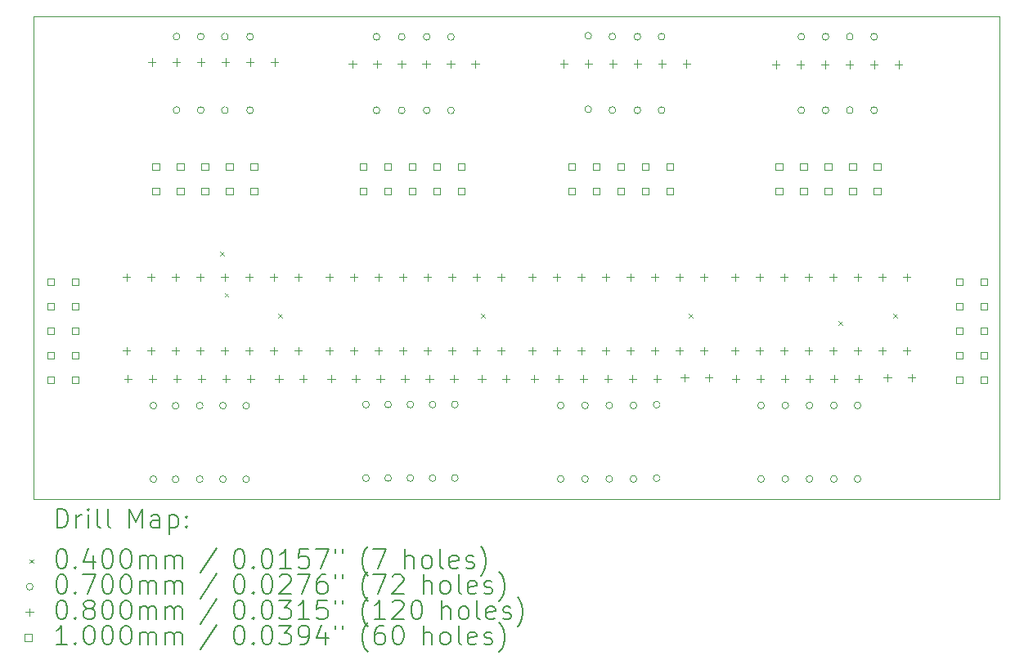
<source format=gbr>
%TF.GenerationSoftware,KiCad,Pcbnew,(7.0.0)*%
%TF.CreationDate,2023-06-04T12:20:11+02:00*%
%TF.ProjectId,DIN4_R5_KS,44494e34-5f52-4355-9f4b-532e6b696361,rev?*%
%TF.SameCoordinates,Original*%
%TF.FileFunction,Drillmap*%
%TF.FilePolarity,Positive*%
%FSLAX45Y45*%
G04 Gerber Fmt 4.5, Leading zero omitted, Abs format (unit mm)*
G04 Created by KiCad (PCBNEW (7.0.0)) date 2023-06-04 12:20:11*
%MOMM*%
%LPD*%
G01*
G04 APERTURE LIST*
%ADD10C,0.100000*%
%ADD11C,0.200000*%
%ADD12C,0.040000*%
%ADD13C,0.070000*%
%ADD14C,0.080000*%
G04 APERTURE END LIST*
D10*
X14000000Y-14000000D02*
X4000000Y-14000000D01*
X4000000Y-9000000D01*
X14000000Y-9000000D01*
X14000000Y-14000000D01*
D11*
D12*
X5930670Y-11434640D02*
X5970670Y-11474640D01*
X5970670Y-11434640D02*
X5930670Y-11474640D01*
X5977490Y-11863750D02*
X6017490Y-11903750D01*
X6017490Y-11863750D02*
X5977490Y-11903750D01*
X6530000Y-12080000D02*
X6570000Y-12120000D01*
X6570000Y-12080000D02*
X6530000Y-12120000D01*
X8630000Y-12080000D02*
X8670000Y-12120000D01*
X8670000Y-12080000D02*
X8630000Y-12120000D01*
X10780000Y-12080000D02*
X10820000Y-12120000D01*
X10820000Y-12080000D02*
X10780000Y-12120000D01*
X12330200Y-12154690D02*
X12370200Y-12194690D01*
X12370200Y-12154690D02*
X12330200Y-12194690D01*
X12900000Y-12080000D02*
X12940000Y-12120000D01*
X12940000Y-12080000D02*
X12900000Y-12120000D01*
D13*
X5275000Y-13032000D02*
G75*
G03*
X5275000Y-13032000I-35000J0D01*
G01*
X5275000Y-13794000D02*
G75*
G03*
X5275000Y-13794000I-35000J0D01*
G01*
X5505000Y-13034000D02*
G75*
G03*
X5505000Y-13034000I-35000J0D01*
G01*
X5505000Y-13796000D02*
G75*
G03*
X5505000Y-13796000I-35000J0D01*
G01*
X5515000Y-9207000D02*
G75*
G03*
X5515000Y-9207000I-35000J0D01*
G01*
X5515000Y-9969000D02*
G75*
G03*
X5515000Y-9969000I-35000J0D01*
G01*
X5755000Y-13032000D02*
G75*
G03*
X5755000Y-13032000I-35000J0D01*
G01*
X5755000Y-13794000D02*
G75*
G03*
X5755000Y-13794000I-35000J0D01*
G01*
X5765000Y-9207000D02*
G75*
G03*
X5765000Y-9207000I-35000J0D01*
G01*
X5765000Y-9969000D02*
G75*
G03*
X5765000Y-9969000I-35000J0D01*
G01*
X5995000Y-13032000D02*
G75*
G03*
X5995000Y-13032000I-35000J0D01*
G01*
X5995000Y-13794000D02*
G75*
G03*
X5995000Y-13794000I-35000J0D01*
G01*
X6015000Y-9208000D02*
G75*
G03*
X6015000Y-9208000I-35000J0D01*
G01*
X6015000Y-9970000D02*
G75*
G03*
X6015000Y-9970000I-35000J0D01*
G01*
X6235000Y-13033000D02*
G75*
G03*
X6235000Y-13033000I-35000J0D01*
G01*
X6235000Y-13795000D02*
G75*
G03*
X6235000Y-13795000I-35000J0D01*
G01*
X6275000Y-9208000D02*
G75*
G03*
X6275000Y-9208000I-35000J0D01*
G01*
X6275000Y-9970000D02*
G75*
G03*
X6275000Y-9970000I-35000J0D01*
G01*
X7475000Y-13021000D02*
G75*
G03*
X7475000Y-13021000I-35000J0D01*
G01*
X7475000Y-13783000D02*
G75*
G03*
X7475000Y-13783000I-35000J0D01*
G01*
X7585000Y-9209000D02*
G75*
G03*
X7585000Y-9209000I-35000J0D01*
G01*
X7585000Y-9971000D02*
G75*
G03*
X7585000Y-9971000I-35000J0D01*
G01*
X7705000Y-13020000D02*
G75*
G03*
X7705000Y-13020000I-35000J0D01*
G01*
X7705000Y-13782000D02*
G75*
G03*
X7705000Y-13782000I-35000J0D01*
G01*
X7845000Y-9209000D02*
G75*
G03*
X7845000Y-9209000I-35000J0D01*
G01*
X7845000Y-9971000D02*
G75*
G03*
X7845000Y-9971000I-35000J0D01*
G01*
X7935000Y-13020000D02*
G75*
G03*
X7935000Y-13020000I-35000J0D01*
G01*
X7935000Y-13782000D02*
G75*
G03*
X7935000Y-13782000I-35000J0D01*
G01*
X8105000Y-9209000D02*
G75*
G03*
X8105000Y-9209000I-35000J0D01*
G01*
X8105000Y-9971000D02*
G75*
G03*
X8105000Y-9971000I-35000J0D01*
G01*
X8165000Y-13021000D02*
G75*
G03*
X8165000Y-13021000I-35000J0D01*
G01*
X8165000Y-13783000D02*
G75*
G03*
X8165000Y-13783000I-35000J0D01*
G01*
X8355000Y-9210000D02*
G75*
G03*
X8355000Y-9210000I-35000J0D01*
G01*
X8355000Y-9972000D02*
G75*
G03*
X8355000Y-9972000I-35000J0D01*
G01*
X8395000Y-13020000D02*
G75*
G03*
X8395000Y-13020000I-35000J0D01*
G01*
X8395000Y-13782000D02*
G75*
G03*
X8395000Y-13782000I-35000J0D01*
G01*
X9492000Y-13030000D02*
G75*
G03*
X9492000Y-13030000I-35000J0D01*
G01*
X9492000Y-13792000D02*
G75*
G03*
X9492000Y-13792000I-35000J0D01*
G01*
X9743000Y-13030000D02*
G75*
G03*
X9743000Y-13030000I-35000J0D01*
G01*
X9743000Y-13792000D02*
G75*
G03*
X9743000Y-13792000I-35000J0D01*
G01*
X9776000Y-9198000D02*
G75*
G03*
X9776000Y-9198000I-35000J0D01*
G01*
X9776000Y-9960000D02*
G75*
G03*
X9776000Y-9960000I-35000J0D01*
G01*
X9994000Y-13030000D02*
G75*
G03*
X9994000Y-13030000I-35000J0D01*
G01*
X9994000Y-13792000D02*
G75*
G03*
X9994000Y-13792000I-35000J0D01*
G01*
X10026000Y-9207000D02*
G75*
G03*
X10026000Y-9207000I-35000J0D01*
G01*
X10026000Y-9969000D02*
G75*
G03*
X10026000Y-9969000I-35000J0D01*
G01*
X10245000Y-13030000D02*
G75*
G03*
X10245000Y-13030000I-35000J0D01*
G01*
X10245000Y-13792000D02*
G75*
G03*
X10245000Y-13792000I-35000J0D01*
G01*
X10286000Y-9208000D02*
G75*
G03*
X10286000Y-9208000I-35000J0D01*
G01*
X10286000Y-9970000D02*
G75*
G03*
X10286000Y-9970000I-35000J0D01*
G01*
X10485000Y-13022000D02*
G75*
G03*
X10485000Y-13022000I-35000J0D01*
G01*
X10485000Y-13784000D02*
G75*
G03*
X10485000Y-13784000I-35000J0D01*
G01*
X10536000Y-9208000D02*
G75*
G03*
X10536000Y-9208000I-35000J0D01*
G01*
X10536000Y-9970000D02*
G75*
G03*
X10536000Y-9970000I-35000J0D01*
G01*
X11565000Y-13030000D02*
G75*
G03*
X11565000Y-13030000I-35000J0D01*
G01*
X11565000Y-13792000D02*
G75*
G03*
X11565000Y-13792000I-35000J0D01*
G01*
X11816000Y-13030000D02*
G75*
G03*
X11816000Y-13030000I-35000J0D01*
G01*
X11816000Y-13792000D02*
G75*
G03*
X11816000Y-13792000I-35000J0D01*
G01*
X11982000Y-9208000D02*
G75*
G03*
X11982000Y-9208000I-35000J0D01*
G01*
X11982000Y-9970000D02*
G75*
G03*
X11982000Y-9970000I-35000J0D01*
G01*
X12067000Y-13030000D02*
G75*
G03*
X12067000Y-13030000I-35000J0D01*
G01*
X12067000Y-13792000D02*
G75*
G03*
X12067000Y-13792000I-35000J0D01*
G01*
X12233000Y-9208000D02*
G75*
G03*
X12233000Y-9208000I-35000J0D01*
G01*
X12233000Y-9970000D02*
G75*
G03*
X12233000Y-9970000I-35000J0D01*
G01*
X12318000Y-13030000D02*
G75*
G03*
X12318000Y-13030000I-35000J0D01*
G01*
X12318000Y-13792000D02*
G75*
G03*
X12318000Y-13792000I-35000J0D01*
G01*
X12484000Y-9208000D02*
G75*
G03*
X12484000Y-9208000I-35000J0D01*
G01*
X12484000Y-9970000D02*
G75*
G03*
X12484000Y-9970000I-35000J0D01*
G01*
X12565000Y-13030000D02*
G75*
G03*
X12565000Y-13030000I-35000J0D01*
G01*
X12565000Y-13792000D02*
G75*
G03*
X12565000Y-13792000I-35000J0D01*
G01*
X12735000Y-9208000D02*
G75*
G03*
X12735000Y-9208000I-35000J0D01*
G01*
X12735000Y-9970000D02*
G75*
G03*
X12735000Y-9970000I-35000J0D01*
G01*
D14*
X4962000Y-11660000D02*
X4962000Y-11740000D01*
X4922000Y-11700000D02*
X5002000Y-11700000D01*
X4962000Y-12422000D02*
X4962000Y-12502000D01*
X4922000Y-12462000D02*
X5002000Y-12462000D01*
X4976000Y-12712000D02*
X4976000Y-12792000D01*
X4936000Y-12752000D02*
X5016000Y-12752000D01*
X5216000Y-11660000D02*
X5216000Y-11740000D01*
X5176000Y-11700000D02*
X5256000Y-11700000D01*
X5216000Y-12422000D02*
X5216000Y-12502000D01*
X5176000Y-12462000D02*
X5256000Y-12462000D01*
X5224000Y-9430000D02*
X5224000Y-9510000D01*
X5184000Y-9470000D02*
X5264000Y-9470000D01*
X5230000Y-12712000D02*
X5230000Y-12792000D01*
X5190000Y-12752000D02*
X5270000Y-12752000D01*
X5470000Y-11660000D02*
X5470000Y-11740000D01*
X5430000Y-11700000D02*
X5510000Y-11700000D01*
X5470000Y-12422000D02*
X5470000Y-12502000D01*
X5430000Y-12462000D02*
X5510000Y-12462000D01*
X5478000Y-9430000D02*
X5478000Y-9510000D01*
X5438000Y-9470000D02*
X5518000Y-9470000D01*
X5484000Y-12712000D02*
X5484000Y-12792000D01*
X5444000Y-12752000D02*
X5524000Y-12752000D01*
X5724000Y-11660000D02*
X5724000Y-11740000D01*
X5684000Y-11700000D02*
X5764000Y-11700000D01*
X5724000Y-12422000D02*
X5724000Y-12502000D01*
X5684000Y-12462000D02*
X5764000Y-12462000D01*
X5732000Y-9430000D02*
X5732000Y-9510000D01*
X5692000Y-9470000D02*
X5772000Y-9470000D01*
X5738000Y-12712000D02*
X5738000Y-12792000D01*
X5698000Y-12752000D02*
X5778000Y-12752000D01*
X5978000Y-11660000D02*
X5978000Y-11740000D01*
X5938000Y-11700000D02*
X6018000Y-11700000D01*
X5978000Y-12422000D02*
X5978000Y-12502000D01*
X5938000Y-12462000D02*
X6018000Y-12462000D01*
X5986000Y-9430000D02*
X5986000Y-9510000D01*
X5946000Y-9470000D02*
X6026000Y-9470000D01*
X5992000Y-12712000D02*
X5992000Y-12792000D01*
X5952000Y-12752000D02*
X6032000Y-12752000D01*
X6232000Y-11660000D02*
X6232000Y-11740000D01*
X6192000Y-11700000D02*
X6272000Y-11700000D01*
X6232000Y-12422000D02*
X6232000Y-12502000D01*
X6192000Y-12462000D02*
X6272000Y-12462000D01*
X6240000Y-9430000D02*
X6240000Y-9510000D01*
X6200000Y-9470000D02*
X6280000Y-9470000D01*
X6246000Y-12712000D02*
X6246000Y-12792000D01*
X6206000Y-12752000D02*
X6286000Y-12752000D01*
X6486000Y-11660000D02*
X6486000Y-11740000D01*
X6446000Y-11700000D02*
X6526000Y-11700000D01*
X6486000Y-12422000D02*
X6486000Y-12502000D01*
X6446000Y-12462000D02*
X6526000Y-12462000D01*
X6494000Y-9430000D02*
X6494000Y-9510000D01*
X6454000Y-9470000D02*
X6534000Y-9470000D01*
X6540000Y-12712000D02*
X6540000Y-12792000D01*
X6500000Y-12752000D02*
X6580000Y-12752000D01*
X6740000Y-11660000D02*
X6740000Y-11740000D01*
X6700000Y-11700000D02*
X6780000Y-11700000D01*
X6740000Y-12422000D02*
X6740000Y-12502000D01*
X6700000Y-12462000D02*
X6780000Y-12462000D01*
X6790000Y-12712000D02*
X6790000Y-12792000D01*
X6750000Y-12752000D02*
X6830000Y-12752000D01*
X7062000Y-11660000D02*
X7062000Y-11740000D01*
X7022000Y-11700000D02*
X7102000Y-11700000D01*
X7062000Y-12422000D02*
X7062000Y-12502000D01*
X7022000Y-12462000D02*
X7102000Y-12462000D01*
X7080000Y-12712000D02*
X7080000Y-12792000D01*
X7040000Y-12752000D02*
X7120000Y-12752000D01*
X7300000Y-9450000D02*
X7300000Y-9530000D01*
X7260000Y-9490000D02*
X7340000Y-9490000D01*
X7316000Y-11660000D02*
X7316000Y-11740000D01*
X7276000Y-11700000D02*
X7356000Y-11700000D01*
X7316000Y-12422000D02*
X7316000Y-12502000D01*
X7276000Y-12462000D02*
X7356000Y-12462000D01*
X7334000Y-12712000D02*
X7334000Y-12792000D01*
X7294000Y-12752000D02*
X7374000Y-12752000D01*
X7554000Y-9450000D02*
X7554000Y-9530000D01*
X7514000Y-9490000D02*
X7594000Y-9490000D01*
X7570000Y-11660000D02*
X7570000Y-11740000D01*
X7530000Y-11700000D02*
X7610000Y-11700000D01*
X7570000Y-12422000D02*
X7570000Y-12502000D01*
X7530000Y-12462000D02*
X7610000Y-12462000D01*
X7588000Y-12712000D02*
X7588000Y-12792000D01*
X7548000Y-12752000D02*
X7628000Y-12752000D01*
X7808000Y-9450000D02*
X7808000Y-9530000D01*
X7768000Y-9490000D02*
X7848000Y-9490000D01*
X7824000Y-11660000D02*
X7824000Y-11740000D01*
X7784000Y-11700000D02*
X7864000Y-11700000D01*
X7824000Y-12422000D02*
X7824000Y-12502000D01*
X7784000Y-12462000D02*
X7864000Y-12462000D01*
X7842000Y-12712000D02*
X7842000Y-12792000D01*
X7802000Y-12752000D02*
X7882000Y-12752000D01*
X8062000Y-9450000D02*
X8062000Y-9530000D01*
X8022000Y-9490000D02*
X8102000Y-9490000D01*
X8078000Y-11660000D02*
X8078000Y-11740000D01*
X8038000Y-11700000D02*
X8118000Y-11700000D01*
X8078000Y-12422000D02*
X8078000Y-12502000D01*
X8038000Y-12462000D02*
X8118000Y-12462000D01*
X8096000Y-12712000D02*
X8096000Y-12792000D01*
X8056000Y-12752000D02*
X8136000Y-12752000D01*
X8316000Y-9450000D02*
X8316000Y-9530000D01*
X8276000Y-9490000D02*
X8356000Y-9490000D01*
X8332000Y-11660000D02*
X8332000Y-11740000D01*
X8292000Y-11700000D02*
X8372000Y-11700000D01*
X8332000Y-12422000D02*
X8332000Y-12502000D01*
X8292000Y-12462000D02*
X8372000Y-12462000D01*
X8350000Y-12712000D02*
X8350000Y-12792000D01*
X8310000Y-12752000D02*
X8390000Y-12752000D01*
X8570000Y-9450000D02*
X8570000Y-9530000D01*
X8530000Y-9490000D02*
X8610000Y-9490000D01*
X8586000Y-11660000D02*
X8586000Y-11740000D01*
X8546000Y-11700000D02*
X8626000Y-11700000D01*
X8586000Y-12422000D02*
X8586000Y-12502000D01*
X8546000Y-12462000D02*
X8626000Y-12462000D01*
X8640000Y-12712000D02*
X8640000Y-12792000D01*
X8600000Y-12752000D02*
X8680000Y-12752000D01*
X8840000Y-11660000D02*
X8840000Y-11740000D01*
X8800000Y-11700000D02*
X8880000Y-11700000D01*
X8840000Y-12422000D02*
X8840000Y-12502000D01*
X8800000Y-12462000D02*
X8880000Y-12462000D01*
X8890000Y-12712000D02*
X8890000Y-12792000D01*
X8850000Y-12752000D02*
X8930000Y-12752000D01*
X9160000Y-11660000D02*
X9160000Y-11740000D01*
X9120000Y-11700000D02*
X9200000Y-11700000D01*
X9160000Y-12422000D02*
X9160000Y-12502000D01*
X9120000Y-12462000D02*
X9200000Y-12462000D01*
X9184000Y-12712000D02*
X9184000Y-12792000D01*
X9144000Y-12752000D02*
X9224000Y-12752000D01*
X9414000Y-11660000D02*
X9414000Y-11740000D01*
X9374000Y-11700000D02*
X9454000Y-11700000D01*
X9414000Y-12422000D02*
X9414000Y-12502000D01*
X9374000Y-12462000D02*
X9454000Y-12462000D01*
X9438000Y-12712000D02*
X9438000Y-12792000D01*
X9398000Y-12752000D02*
X9478000Y-12752000D01*
X9489000Y-9448000D02*
X9489000Y-9528000D01*
X9449000Y-9488000D02*
X9529000Y-9488000D01*
X9668000Y-11660000D02*
X9668000Y-11740000D01*
X9628000Y-11700000D02*
X9708000Y-11700000D01*
X9668000Y-12422000D02*
X9668000Y-12502000D01*
X9628000Y-12462000D02*
X9708000Y-12462000D01*
X9692000Y-12712000D02*
X9692000Y-12792000D01*
X9652000Y-12752000D02*
X9732000Y-12752000D01*
X9743000Y-9448000D02*
X9743000Y-9528000D01*
X9703000Y-9488000D02*
X9783000Y-9488000D01*
X9922000Y-11660000D02*
X9922000Y-11740000D01*
X9882000Y-11700000D02*
X9962000Y-11700000D01*
X9922000Y-12422000D02*
X9922000Y-12502000D01*
X9882000Y-12462000D02*
X9962000Y-12462000D01*
X9946000Y-12712000D02*
X9946000Y-12792000D01*
X9906000Y-12752000D02*
X9986000Y-12752000D01*
X9997000Y-9448000D02*
X9997000Y-9528000D01*
X9957000Y-9488000D02*
X10037000Y-9488000D01*
X10176000Y-11660000D02*
X10176000Y-11740000D01*
X10136000Y-11700000D02*
X10216000Y-11700000D01*
X10176000Y-12422000D02*
X10176000Y-12502000D01*
X10136000Y-12462000D02*
X10216000Y-12462000D01*
X10200000Y-12712000D02*
X10200000Y-12792000D01*
X10160000Y-12752000D02*
X10240000Y-12752000D01*
X10251000Y-9448000D02*
X10251000Y-9528000D01*
X10211000Y-9488000D02*
X10291000Y-9488000D01*
X10430000Y-11660000D02*
X10430000Y-11740000D01*
X10390000Y-11700000D02*
X10470000Y-11700000D01*
X10430000Y-12422000D02*
X10430000Y-12502000D01*
X10390000Y-12462000D02*
X10470000Y-12462000D01*
X10454000Y-12712000D02*
X10454000Y-12792000D01*
X10414000Y-12752000D02*
X10494000Y-12752000D01*
X10505000Y-9448000D02*
X10505000Y-9528000D01*
X10465000Y-9488000D02*
X10545000Y-9488000D01*
X10684000Y-11660000D02*
X10684000Y-11740000D01*
X10644000Y-11700000D02*
X10724000Y-11700000D01*
X10684000Y-12422000D02*
X10684000Y-12502000D01*
X10644000Y-12462000D02*
X10724000Y-12462000D01*
X10740000Y-12702000D02*
X10740000Y-12782000D01*
X10700000Y-12742000D02*
X10780000Y-12742000D01*
X10759000Y-9448000D02*
X10759000Y-9528000D01*
X10719000Y-9488000D02*
X10799000Y-9488000D01*
X10938000Y-11660000D02*
X10938000Y-11740000D01*
X10898000Y-11700000D02*
X10978000Y-11700000D01*
X10938000Y-12422000D02*
X10938000Y-12502000D01*
X10898000Y-12462000D02*
X10978000Y-12462000D01*
X10990000Y-12702000D02*
X10990000Y-12782000D01*
X10950000Y-12742000D02*
X11030000Y-12742000D01*
X11260000Y-11661320D02*
X11260000Y-11741320D01*
X11220000Y-11701320D02*
X11300000Y-11701320D01*
X11260000Y-12423320D02*
X11260000Y-12503320D01*
X11220000Y-12463320D02*
X11300000Y-12463320D01*
X11270000Y-12712000D02*
X11270000Y-12792000D01*
X11230000Y-12752000D02*
X11310000Y-12752000D01*
X11514000Y-11661320D02*
X11514000Y-11741320D01*
X11474000Y-11701320D02*
X11554000Y-11701320D01*
X11514000Y-12423320D02*
X11514000Y-12503320D01*
X11474000Y-12463320D02*
X11554000Y-12463320D01*
X11524000Y-12712000D02*
X11524000Y-12792000D01*
X11484000Y-12752000D02*
X11564000Y-12752000D01*
X11685000Y-9458000D02*
X11685000Y-9538000D01*
X11645000Y-9498000D02*
X11725000Y-9498000D01*
X11768000Y-11661320D02*
X11768000Y-11741320D01*
X11728000Y-11701320D02*
X11808000Y-11701320D01*
X11768000Y-12423320D02*
X11768000Y-12503320D01*
X11728000Y-12463320D02*
X11808000Y-12463320D01*
X11778000Y-12712000D02*
X11778000Y-12792000D01*
X11738000Y-12752000D02*
X11818000Y-12752000D01*
X11939000Y-9458000D02*
X11939000Y-9538000D01*
X11899000Y-9498000D02*
X11979000Y-9498000D01*
X12022000Y-11661320D02*
X12022000Y-11741320D01*
X11982000Y-11701320D02*
X12062000Y-11701320D01*
X12022000Y-12423320D02*
X12022000Y-12503320D01*
X11982000Y-12463320D02*
X12062000Y-12463320D01*
X12032000Y-12712000D02*
X12032000Y-12792000D01*
X11992000Y-12752000D02*
X12072000Y-12752000D01*
X12193000Y-9458000D02*
X12193000Y-9538000D01*
X12153000Y-9498000D02*
X12233000Y-9498000D01*
X12276000Y-11661320D02*
X12276000Y-11741320D01*
X12236000Y-11701320D02*
X12316000Y-11701320D01*
X12276000Y-12423320D02*
X12276000Y-12503320D01*
X12236000Y-12463320D02*
X12316000Y-12463320D01*
X12286000Y-12712000D02*
X12286000Y-12792000D01*
X12246000Y-12752000D02*
X12326000Y-12752000D01*
X12447000Y-9458000D02*
X12447000Y-9538000D01*
X12407000Y-9498000D02*
X12487000Y-9498000D01*
X12530000Y-11661320D02*
X12530000Y-11741320D01*
X12490000Y-11701320D02*
X12570000Y-11701320D01*
X12530000Y-12423320D02*
X12530000Y-12503320D01*
X12490000Y-12463320D02*
X12570000Y-12463320D01*
X12540000Y-12712000D02*
X12540000Y-12792000D01*
X12500000Y-12752000D02*
X12580000Y-12752000D01*
X12701000Y-9458000D02*
X12701000Y-9538000D01*
X12661000Y-9498000D02*
X12741000Y-9498000D01*
X12784000Y-11661320D02*
X12784000Y-11741320D01*
X12744000Y-11701320D02*
X12824000Y-11701320D01*
X12784000Y-12423320D02*
X12784000Y-12503320D01*
X12744000Y-12463320D02*
X12824000Y-12463320D01*
X12840000Y-12702000D02*
X12840000Y-12782000D01*
X12800000Y-12742000D02*
X12880000Y-12742000D01*
X12955000Y-9458000D02*
X12955000Y-9538000D01*
X12915000Y-9498000D02*
X12995000Y-9498000D01*
X13038000Y-11661320D02*
X13038000Y-11741320D01*
X12998000Y-11701320D02*
X13078000Y-11701320D01*
X13038000Y-12423320D02*
X13038000Y-12503320D01*
X12998000Y-12463320D02*
X13078000Y-12463320D01*
X13090000Y-12702000D02*
X13090000Y-12782000D01*
X13050000Y-12742000D02*
X13130000Y-12742000D01*
D10*
X4211356Y-11785356D02*
X4211356Y-11714644D01*
X4140644Y-11714644D01*
X4140644Y-11785356D01*
X4211356Y-11785356D01*
X4211356Y-12039356D02*
X4211356Y-11968644D01*
X4140644Y-11968644D01*
X4140644Y-12039356D01*
X4211356Y-12039356D01*
X4211356Y-12293356D02*
X4211356Y-12222644D01*
X4140644Y-12222644D01*
X4140644Y-12293356D01*
X4211356Y-12293356D01*
X4211356Y-12547356D02*
X4211356Y-12476644D01*
X4140644Y-12476644D01*
X4140644Y-12547356D01*
X4211356Y-12547356D01*
X4211356Y-12801356D02*
X4211356Y-12730644D01*
X4140644Y-12730644D01*
X4140644Y-12801356D01*
X4211356Y-12801356D01*
X4465356Y-11785356D02*
X4465356Y-11714644D01*
X4394644Y-11714644D01*
X4394644Y-11785356D01*
X4465356Y-11785356D01*
X4465356Y-12039356D02*
X4465356Y-11968644D01*
X4394644Y-11968644D01*
X4394644Y-12039356D01*
X4465356Y-12039356D01*
X4465356Y-12293356D02*
X4465356Y-12222644D01*
X4394644Y-12222644D01*
X4394644Y-12293356D01*
X4465356Y-12293356D01*
X4465356Y-12547356D02*
X4465356Y-12476644D01*
X4394644Y-12476644D01*
X4394644Y-12547356D01*
X4465356Y-12547356D01*
X4465356Y-12801356D02*
X4465356Y-12730644D01*
X4394644Y-12730644D01*
X4394644Y-12801356D01*
X4465356Y-12801356D01*
X5299356Y-10589356D02*
X5299356Y-10518644D01*
X5228644Y-10518644D01*
X5228644Y-10589356D01*
X5299356Y-10589356D01*
X5299356Y-10843356D02*
X5299356Y-10772644D01*
X5228644Y-10772644D01*
X5228644Y-10843356D01*
X5299356Y-10843356D01*
X5553356Y-10589356D02*
X5553356Y-10518644D01*
X5482644Y-10518644D01*
X5482644Y-10589356D01*
X5553356Y-10589356D01*
X5553356Y-10843356D02*
X5553356Y-10772644D01*
X5482644Y-10772644D01*
X5482644Y-10843356D01*
X5553356Y-10843356D01*
X5807356Y-10589356D02*
X5807356Y-10518644D01*
X5736644Y-10518644D01*
X5736644Y-10589356D01*
X5807356Y-10589356D01*
X5807356Y-10843356D02*
X5807356Y-10772644D01*
X5736644Y-10772644D01*
X5736644Y-10843356D01*
X5807356Y-10843356D01*
X6061356Y-10589356D02*
X6061356Y-10518644D01*
X5990644Y-10518644D01*
X5990644Y-10589356D01*
X6061356Y-10589356D01*
X6061356Y-10843356D02*
X6061356Y-10772644D01*
X5990644Y-10772644D01*
X5990644Y-10843356D01*
X6061356Y-10843356D01*
X6315356Y-10589356D02*
X6315356Y-10518644D01*
X6244644Y-10518644D01*
X6244644Y-10589356D01*
X6315356Y-10589356D01*
X6315356Y-10843356D02*
X6315356Y-10772644D01*
X6244644Y-10772644D01*
X6244644Y-10843356D01*
X6315356Y-10843356D01*
X7449356Y-10589356D02*
X7449356Y-10518644D01*
X7378644Y-10518644D01*
X7378644Y-10589356D01*
X7449356Y-10589356D01*
X7449356Y-10843356D02*
X7449356Y-10772644D01*
X7378644Y-10772644D01*
X7378644Y-10843356D01*
X7449356Y-10843356D01*
X7703356Y-10589356D02*
X7703356Y-10518644D01*
X7632644Y-10518644D01*
X7632644Y-10589356D01*
X7703356Y-10589356D01*
X7703356Y-10843356D02*
X7703356Y-10772644D01*
X7632644Y-10772644D01*
X7632644Y-10843356D01*
X7703356Y-10843356D01*
X7957356Y-10589356D02*
X7957356Y-10518644D01*
X7886644Y-10518644D01*
X7886644Y-10589356D01*
X7957356Y-10589356D01*
X7957356Y-10843356D02*
X7957356Y-10772644D01*
X7886644Y-10772644D01*
X7886644Y-10843356D01*
X7957356Y-10843356D01*
X8211356Y-10589356D02*
X8211356Y-10518644D01*
X8140644Y-10518644D01*
X8140644Y-10589356D01*
X8211356Y-10589356D01*
X8211356Y-10843356D02*
X8211356Y-10772644D01*
X8140644Y-10772644D01*
X8140644Y-10843356D01*
X8211356Y-10843356D01*
X8465356Y-10589356D02*
X8465356Y-10518644D01*
X8394644Y-10518644D01*
X8394644Y-10589356D01*
X8465356Y-10589356D01*
X8465356Y-10843356D02*
X8465356Y-10772644D01*
X8394644Y-10772644D01*
X8394644Y-10843356D01*
X8465356Y-10843356D01*
X9605356Y-10589356D02*
X9605356Y-10518644D01*
X9534644Y-10518644D01*
X9534644Y-10589356D01*
X9605356Y-10589356D01*
X9605356Y-10843356D02*
X9605356Y-10772644D01*
X9534644Y-10772644D01*
X9534644Y-10843356D01*
X9605356Y-10843356D01*
X9859356Y-10589356D02*
X9859356Y-10518644D01*
X9788644Y-10518644D01*
X9788644Y-10589356D01*
X9859356Y-10589356D01*
X9859356Y-10843356D02*
X9859356Y-10772644D01*
X9788644Y-10772644D01*
X9788644Y-10843356D01*
X9859356Y-10843356D01*
X10113356Y-10589356D02*
X10113356Y-10518644D01*
X10042644Y-10518644D01*
X10042644Y-10589356D01*
X10113356Y-10589356D01*
X10113356Y-10843356D02*
X10113356Y-10772644D01*
X10042644Y-10772644D01*
X10042644Y-10843356D01*
X10113356Y-10843356D01*
X10367356Y-10589356D02*
X10367356Y-10518644D01*
X10296644Y-10518644D01*
X10296644Y-10589356D01*
X10367356Y-10589356D01*
X10367356Y-10843356D02*
X10367356Y-10772644D01*
X10296644Y-10772644D01*
X10296644Y-10843356D01*
X10367356Y-10843356D01*
X10621356Y-10589356D02*
X10621356Y-10518644D01*
X10550644Y-10518644D01*
X10550644Y-10589356D01*
X10621356Y-10589356D01*
X10621356Y-10843356D02*
X10621356Y-10772644D01*
X10550644Y-10772644D01*
X10550644Y-10843356D01*
X10621356Y-10843356D01*
X11752356Y-10589356D02*
X11752356Y-10518644D01*
X11681644Y-10518644D01*
X11681644Y-10589356D01*
X11752356Y-10589356D01*
X11752356Y-10843356D02*
X11752356Y-10772644D01*
X11681644Y-10772644D01*
X11681644Y-10843356D01*
X11752356Y-10843356D01*
X12006356Y-10589356D02*
X12006356Y-10518644D01*
X11935644Y-10518644D01*
X11935644Y-10589356D01*
X12006356Y-10589356D01*
X12006356Y-10843356D02*
X12006356Y-10772644D01*
X11935644Y-10772644D01*
X11935644Y-10843356D01*
X12006356Y-10843356D01*
X12260356Y-10589356D02*
X12260356Y-10518644D01*
X12189644Y-10518644D01*
X12189644Y-10589356D01*
X12260356Y-10589356D01*
X12260356Y-10843356D02*
X12260356Y-10772644D01*
X12189644Y-10772644D01*
X12189644Y-10843356D01*
X12260356Y-10843356D01*
X12514356Y-10589356D02*
X12514356Y-10518644D01*
X12443644Y-10518644D01*
X12443644Y-10589356D01*
X12514356Y-10589356D01*
X12514356Y-10843356D02*
X12514356Y-10772644D01*
X12443644Y-10772644D01*
X12443644Y-10843356D01*
X12514356Y-10843356D01*
X12768356Y-10589356D02*
X12768356Y-10518644D01*
X12697644Y-10518644D01*
X12697644Y-10589356D01*
X12768356Y-10589356D01*
X12768356Y-10843356D02*
X12768356Y-10772644D01*
X12697644Y-10772644D01*
X12697644Y-10843356D01*
X12768356Y-10843356D01*
X13621356Y-11785356D02*
X13621356Y-11714644D01*
X13550644Y-11714644D01*
X13550644Y-11785356D01*
X13621356Y-11785356D01*
X13621356Y-12039356D02*
X13621356Y-11968644D01*
X13550644Y-11968644D01*
X13550644Y-12039356D01*
X13621356Y-12039356D01*
X13621356Y-12293356D02*
X13621356Y-12222644D01*
X13550644Y-12222644D01*
X13550644Y-12293356D01*
X13621356Y-12293356D01*
X13621356Y-12547356D02*
X13621356Y-12476644D01*
X13550644Y-12476644D01*
X13550644Y-12547356D01*
X13621356Y-12547356D01*
X13621356Y-12801356D02*
X13621356Y-12730644D01*
X13550644Y-12730644D01*
X13550644Y-12801356D01*
X13621356Y-12801356D01*
X13875356Y-11785356D02*
X13875356Y-11714644D01*
X13804644Y-11714644D01*
X13804644Y-11785356D01*
X13875356Y-11785356D01*
X13875356Y-12039356D02*
X13875356Y-11968644D01*
X13804644Y-11968644D01*
X13804644Y-12039356D01*
X13875356Y-12039356D01*
X13875356Y-12293356D02*
X13875356Y-12222644D01*
X13804644Y-12222644D01*
X13804644Y-12293356D01*
X13875356Y-12293356D01*
X13875356Y-12547356D02*
X13875356Y-12476644D01*
X13804644Y-12476644D01*
X13804644Y-12547356D01*
X13875356Y-12547356D01*
X13875356Y-12801356D02*
X13875356Y-12730644D01*
X13804644Y-12730644D01*
X13804644Y-12801356D01*
X13875356Y-12801356D01*
D11*
X4242619Y-14298476D02*
X4242619Y-14098476D01*
X4242619Y-14098476D02*
X4290238Y-14098476D01*
X4290238Y-14098476D02*
X4318810Y-14108000D01*
X4318810Y-14108000D02*
X4337857Y-14127048D01*
X4337857Y-14127048D02*
X4347381Y-14146095D01*
X4347381Y-14146095D02*
X4356905Y-14184190D01*
X4356905Y-14184190D02*
X4356905Y-14212762D01*
X4356905Y-14212762D02*
X4347381Y-14250857D01*
X4347381Y-14250857D02*
X4337857Y-14269905D01*
X4337857Y-14269905D02*
X4318810Y-14288952D01*
X4318810Y-14288952D02*
X4290238Y-14298476D01*
X4290238Y-14298476D02*
X4242619Y-14298476D01*
X4442619Y-14298476D02*
X4442619Y-14165143D01*
X4442619Y-14203238D02*
X4452143Y-14184190D01*
X4452143Y-14184190D02*
X4461667Y-14174667D01*
X4461667Y-14174667D02*
X4480714Y-14165143D01*
X4480714Y-14165143D02*
X4499762Y-14165143D01*
X4566429Y-14298476D02*
X4566429Y-14165143D01*
X4566429Y-14098476D02*
X4556905Y-14108000D01*
X4556905Y-14108000D02*
X4566429Y-14117524D01*
X4566429Y-14117524D02*
X4575952Y-14108000D01*
X4575952Y-14108000D02*
X4566429Y-14098476D01*
X4566429Y-14098476D02*
X4566429Y-14117524D01*
X4690238Y-14298476D02*
X4671190Y-14288952D01*
X4671190Y-14288952D02*
X4661667Y-14269905D01*
X4661667Y-14269905D02*
X4661667Y-14098476D01*
X4795000Y-14298476D02*
X4775952Y-14288952D01*
X4775952Y-14288952D02*
X4766429Y-14269905D01*
X4766429Y-14269905D02*
X4766429Y-14098476D01*
X4991190Y-14298476D02*
X4991190Y-14098476D01*
X4991190Y-14098476D02*
X5057857Y-14241333D01*
X5057857Y-14241333D02*
X5124524Y-14098476D01*
X5124524Y-14098476D02*
X5124524Y-14298476D01*
X5305476Y-14298476D02*
X5305476Y-14193714D01*
X5305476Y-14193714D02*
X5295952Y-14174667D01*
X5295952Y-14174667D02*
X5276905Y-14165143D01*
X5276905Y-14165143D02*
X5238809Y-14165143D01*
X5238809Y-14165143D02*
X5219762Y-14174667D01*
X5305476Y-14288952D02*
X5286429Y-14298476D01*
X5286429Y-14298476D02*
X5238809Y-14298476D01*
X5238809Y-14298476D02*
X5219762Y-14288952D01*
X5219762Y-14288952D02*
X5210238Y-14269905D01*
X5210238Y-14269905D02*
X5210238Y-14250857D01*
X5210238Y-14250857D02*
X5219762Y-14231809D01*
X5219762Y-14231809D02*
X5238809Y-14222286D01*
X5238809Y-14222286D02*
X5286429Y-14222286D01*
X5286429Y-14222286D02*
X5305476Y-14212762D01*
X5400714Y-14165143D02*
X5400714Y-14365143D01*
X5400714Y-14174667D02*
X5419762Y-14165143D01*
X5419762Y-14165143D02*
X5457857Y-14165143D01*
X5457857Y-14165143D02*
X5476905Y-14174667D01*
X5476905Y-14174667D02*
X5486429Y-14184190D01*
X5486429Y-14184190D02*
X5495952Y-14203238D01*
X5495952Y-14203238D02*
X5495952Y-14260381D01*
X5495952Y-14260381D02*
X5486429Y-14279428D01*
X5486429Y-14279428D02*
X5476905Y-14288952D01*
X5476905Y-14288952D02*
X5457857Y-14298476D01*
X5457857Y-14298476D02*
X5419762Y-14298476D01*
X5419762Y-14298476D02*
X5400714Y-14288952D01*
X5581667Y-14279428D02*
X5591190Y-14288952D01*
X5591190Y-14288952D02*
X5581667Y-14298476D01*
X5581667Y-14298476D02*
X5572143Y-14288952D01*
X5572143Y-14288952D02*
X5581667Y-14279428D01*
X5581667Y-14279428D02*
X5581667Y-14298476D01*
X5581667Y-14174667D02*
X5591190Y-14184190D01*
X5591190Y-14184190D02*
X5581667Y-14193714D01*
X5581667Y-14193714D02*
X5572143Y-14184190D01*
X5572143Y-14184190D02*
X5581667Y-14174667D01*
X5581667Y-14174667D02*
X5581667Y-14193714D01*
D12*
X3955000Y-14625000D02*
X3995000Y-14665000D01*
X3995000Y-14625000D02*
X3955000Y-14665000D01*
D11*
X4280714Y-14518476D02*
X4299762Y-14518476D01*
X4299762Y-14518476D02*
X4318810Y-14528000D01*
X4318810Y-14528000D02*
X4328333Y-14537524D01*
X4328333Y-14537524D02*
X4337857Y-14556571D01*
X4337857Y-14556571D02*
X4347381Y-14594667D01*
X4347381Y-14594667D02*
X4347381Y-14642286D01*
X4347381Y-14642286D02*
X4337857Y-14680381D01*
X4337857Y-14680381D02*
X4328333Y-14699428D01*
X4328333Y-14699428D02*
X4318810Y-14708952D01*
X4318810Y-14708952D02*
X4299762Y-14718476D01*
X4299762Y-14718476D02*
X4280714Y-14718476D01*
X4280714Y-14718476D02*
X4261667Y-14708952D01*
X4261667Y-14708952D02*
X4252143Y-14699428D01*
X4252143Y-14699428D02*
X4242619Y-14680381D01*
X4242619Y-14680381D02*
X4233095Y-14642286D01*
X4233095Y-14642286D02*
X4233095Y-14594667D01*
X4233095Y-14594667D02*
X4242619Y-14556571D01*
X4242619Y-14556571D02*
X4252143Y-14537524D01*
X4252143Y-14537524D02*
X4261667Y-14528000D01*
X4261667Y-14528000D02*
X4280714Y-14518476D01*
X4433095Y-14699428D02*
X4442619Y-14708952D01*
X4442619Y-14708952D02*
X4433095Y-14718476D01*
X4433095Y-14718476D02*
X4423571Y-14708952D01*
X4423571Y-14708952D02*
X4433095Y-14699428D01*
X4433095Y-14699428D02*
X4433095Y-14718476D01*
X4614048Y-14585143D02*
X4614048Y-14718476D01*
X4566429Y-14508952D02*
X4518810Y-14651809D01*
X4518810Y-14651809D02*
X4642619Y-14651809D01*
X4756905Y-14518476D02*
X4775952Y-14518476D01*
X4775952Y-14518476D02*
X4795000Y-14528000D01*
X4795000Y-14528000D02*
X4804524Y-14537524D01*
X4804524Y-14537524D02*
X4814048Y-14556571D01*
X4814048Y-14556571D02*
X4823571Y-14594667D01*
X4823571Y-14594667D02*
X4823571Y-14642286D01*
X4823571Y-14642286D02*
X4814048Y-14680381D01*
X4814048Y-14680381D02*
X4804524Y-14699428D01*
X4804524Y-14699428D02*
X4795000Y-14708952D01*
X4795000Y-14708952D02*
X4775952Y-14718476D01*
X4775952Y-14718476D02*
X4756905Y-14718476D01*
X4756905Y-14718476D02*
X4737857Y-14708952D01*
X4737857Y-14708952D02*
X4728333Y-14699428D01*
X4728333Y-14699428D02*
X4718810Y-14680381D01*
X4718810Y-14680381D02*
X4709286Y-14642286D01*
X4709286Y-14642286D02*
X4709286Y-14594667D01*
X4709286Y-14594667D02*
X4718810Y-14556571D01*
X4718810Y-14556571D02*
X4728333Y-14537524D01*
X4728333Y-14537524D02*
X4737857Y-14528000D01*
X4737857Y-14528000D02*
X4756905Y-14518476D01*
X4947381Y-14518476D02*
X4966429Y-14518476D01*
X4966429Y-14518476D02*
X4985476Y-14528000D01*
X4985476Y-14528000D02*
X4995000Y-14537524D01*
X4995000Y-14537524D02*
X5004524Y-14556571D01*
X5004524Y-14556571D02*
X5014048Y-14594667D01*
X5014048Y-14594667D02*
X5014048Y-14642286D01*
X5014048Y-14642286D02*
X5004524Y-14680381D01*
X5004524Y-14680381D02*
X4995000Y-14699428D01*
X4995000Y-14699428D02*
X4985476Y-14708952D01*
X4985476Y-14708952D02*
X4966429Y-14718476D01*
X4966429Y-14718476D02*
X4947381Y-14718476D01*
X4947381Y-14718476D02*
X4928333Y-14708952D01*
X4928333Y-14708952D02*
X4918810Y-14699428D01*
X4918810Y-14699428D02*
X4909286Y-14680381D01*
X4909286Y-14680381D02*
X4899762Y-14642286D01*
X4899762Y-14642286D02*
X4899762Y-14594667D01*
X4899762Y-14594667D02*
X4909286Y-14556571D01*
X4909286Y-14556571D02*
X4918810Y-14537524D01*
X4918810Y-14537524D02*
X4928333Y-14528000D01*
X4928333Y-14528000D02*
X4947381Y-14518476D01*
X5099762Y-14718476D02*
X5099762Y-14585143D01*
X5099762Y-14604190D02*
X5109286Y-14594667D01*
X5109286Y-14594667D02*
X5128333Y-14585143D01*
X5128333Y-14585143D02*
X5156905Y-14585143D01*
X5156905Y-14585143D02*
X5175952Y-14594667D01*
X5175952Y-14594667D02*
X5185476Y-14613714D01*
X5185476Y-14613714D02*
X5185476Y-14718476D01*
X5185476Y-14613714D02*
X5195000Y-14594667D01*
X5195000Y-14594667D02*
X5214048Y-14585143D01*
X5214048Y-14585143D02*
X5242619Y-14585143D01*
X5242619Y-14585143D02*
X5261667Y-14594667D01*
X5261667Y-14594667D02*
X5271191Y-14613714D01*
X5271191Y-14613714D02*
X5271191Y-14718476D01*
X5366429Y-14718476D02*
X5366429Y-14585143D01*
X5366429Y-14604190D02*
X5375952Y-14594667D01*
X5375952Y-14594667D02*
X5395000Y-14585143D01*
X5395000Y-14585143D02*
X5423572Y-14585143D01*
X5423572Y-14585143D02*
X5442619Y-14594667D01*
X5442619Y-14594667D02*
X5452143Y-14613714D01*
X5452143Y-14613714D02*
X5452143Y-14718476D01*
X5452143Y-14613714D02*
X5461667Y-14594667D01*
X5461667Y-14594667D02*
X5480714Y-14585143D01*
X5480714Y-14585143D02*
X5509286Y-14585143D01*
X5509286Y-14585143D02*
X5528333Y-14594667D01*
X5528333Y-14594667D02*
X5537857Y-14613714D01*
X5537857Y-14613714D02*
X5537857Y-14718476D01*
X5895952Y-14508952D02*
X5724524Y-14766095D01*
X6120714Y-14518476D02*
X6139762Y-14518476D01*
X6139762Y-14518476D02*
X6158810Y-14528000D01*
X6158810Y-14528000D02*
X6168333Y-14537524D01*
X6168333Y-14537524D02*
X6177857Y-14556571D01*
X6177857Y-14556571D02*
X6187381Y-14594667D01*
X6187381Y-14594667D02*
X6187381Y-14642286D01*
X6187381Y-14642286D02*
X6177857Y-14680381D01*
X6177857Y-14680381D02*
X6168333Y-14699428D01*
X6168333Y-14699428D02*
X6158810Y-14708952D01*
X6158810Y-14708952D02*
X6139762Y-14718476D01*
X6139762Y-14718476D02*
X6120714Y-14718476D01*
X6120714Y-14718476D02*
X6101667Y-14708952D01*
X6101667Y-14708952D02*
X6092143Y-14699428D01*
X6092143Y-14699428D02*
X6082619Y-14680381D01*
X6082619Y-14680381D02*
X6073095Y-14642286D01*
X6073095Y-14642286D02*
X6073095Y-14594667D01*
X6073095Y-14594667D02*
X6082619Y-14556571D01*
X6082619Y-14556571D02*
X6092143Y-14537524D01*
X6092143Y-14537524D02*
X6101667Y-14528000D01*
X6101667Y-14528000D02*
X6120714Y-14518476D01*
X6273095Y-14699428D02*
X6282619Y-14708952D01*
X6282619Y-14708952D02*
X6273095Y-14718476D01*
X6273095Y-14718476D02*
X6263571Y-14708952D01*
X6263571Y-14708952D02*
X6273095Y-14699428D01*
X6273095Y-14699428D02*
X6273095Y-14718476D01*
X6406429Y-14518476D02*
X6425476Y-14518476D01*
X6425476Y-14518476D02*
X6444524Y-14528000D01*
X6444524Y-14528000D02*
X6454048Y-14537524D01*
X6454048Y-14537524D02*
X6463571Y-14556571D01*
X6463571Y-14556571D02*
X6473095Y-14594667D01*
X6473095Y-14594667D02*
X6473095Y-14642286D01*
X6473095Y-14642286D02*
X6463571Y-14680381D01*
X6463571Y-14680381D02*
X6454048Y-14699428D01*
X6454048Y-14699428D02*
X6444524Y-14708952D01*
X6444524Y-14708952D02*
X6425476Y-14718476D01*
X6425476Y-14718476D02*
X6406429Y-14718476D01*
X6406429Y-14718476D02*
X6387381Y-14708952D01*
X6387381Y-14708952D02*
X6377857Y-14699428D01*
X6377857Y-14699428D02*
X6368333Y-14680381D01*
X6368333Y-14680381D02*
X6358810Y-14642286D01*
X6358810Y-14642286D02*
X6358810Y-14594667D01*
X6358810Y-14594667D02*
X6368333Y-14556571D01*
X6368333Y-14556571D02*
X6377857Y-14537524D01*
X6377857Y-14537524D02*
X6387381Y-14528000D01*
X6387381Y-14528000D02*
X6406429Y-14518476D01*
X6663571Y-14718476D02*
X6549286Y-14718476D01*
X6606429Y-14718476D02*
X6606429Y-14518476D01*
X6606429Y-14518476D02*
X6587381Y-14547048D01*
X6587381Y-14547048D02*
X6568333Y-14566095D01*
X6568333Y-14566095D02*
X6549286Y-14575619D01*
X6844524Y-14518476D02*
X6749286Y-14518476D01*
X6749286Y-14518476D02*
X6739762Y-14613714D01*
X6739762Y-14613714D02*
X6749286Y-14604190D01*
X6749286Y-14604190D02*
X6768333Y-14594667D01*
X6768333Y-14594667D02*
X6815952Y-14594667D01*
X6815952Y-14594667D02*
X6835000Y-14604190D01*
X6835000Y-14604190D02*
X6844524Y-14613714D01*
X6844524Y-14613714D02*
X6854048Y-14632762D01*
X6854048Y-14632762D02*
X6854048Y-14680381D01*
X6854048Y-14680381D02*
X6844524Y-14699428D01*
X6844524Y-14699428D02*
X6835000Y-14708952D01*
X6835000Y-14708952D02*
X6815952Y-14718476D01*
X6815952Y-14718476D02*
X6768333Y-14718476D01*
X6768333Y-14718476D02*
X6749286Y-14708952D01*
X6749286Y-14708952D02*
X6739762Y-14699428D01*
X6920714Y-14518476D02*
X7054048Y-14518476D01*
X7054048Y-14518476D02*
X6968333Y-14718476D01*
X7120714Y-14518476D02*
X7120714Y-14556571D01*
X7196905Y-14518476D02*
X7196905Y-14556571D01*
X7459762Y-14794667D02*
X7450238Y-14785143D01*
X7450238Y-14785143D02*
X7431191Y-14756571D01*
X7431191Y-14756571D02*
X7421667Y-14737524D01*
X7421667Y-14737524D02*
X7412143Y-14708952D01*
X7412143Y-14708952D02*
X7402619Y-14661333D01*
X7402619Y-14661333D02*
X7402619Y-14623238D01*
X7402619Y-14623238D02*
X7412143Y-14575619D01*
X7412143Y-14575619D02*
X7421667Y-14547048D01*
X7421667Y-14547048D02*
X7431191Y-14528000D01*
X7431191Y-14528000D02*
X7450238Y-14499428D01*
X7450238Y-14499428D02*
X7459762Y-14489905D01*
X7516905Y-14518476D02*
X7650238Y-14518476D01*
X7650238Y-14518476D02*
X7564524Y-14718476D01*
X7846429Y-14718476D02*
X7846429Y-14518476D01*
X7932143Y-14718476D02*
X7932143Y-14613714D01*
X7932143Y-14613714D02*
X7922619Y-14594667D01*
X7922619Y-14594667D02*
X7903572Y-14585143D01*
X7903572Y-14585143D02*
X7875000Y-14585143D01*
X7875000Y-14585143D02*
X7855952Y-14594667D01*
X7855952Y-14594667D02*
X7846429Y-14604190D01*
X8055952Y-14718476D02*
X8036905Y-14708952D01*
X8036905Y-14708952D02*
X8027381Y-14699428D01*
X8027381Y-14699428D02*
X8017857Y-14680381D01*
X8017857Y-14680381D02*
X8017857Y-14623238D01*
X8017857Y-14623238D02*
X8027381Y-14604190D01*
X8027381Y-14604190D02*
X8036905Y-14594667D01*
X8036905Y-14594667D02*
X8055952Y-14585143D01*
X8055952Y-14585143D02*
X8084524Y-14585143D01*
X8084524Y-14585143D02*
X8103572Y-14594667D01*
X8103572Y-14594667D02*
X8113095Y-14604190D01*
X8113095Y-14604190D02*
X8122619Y-14623238D01*
X8122619Y-14623238D02*
X8122619Y-14680381D01*
X8122619Y-14680381D02*
X8113095Y-14699428D01*
X8113095Y-14699428D02*
X8103572Y-14708952D01*
X8103572Y-14708952D02*
X8084524Y-14718476D01*
X8084524Y-14718476D02*
X8055952Y-14718476D01*
X8236905Y-14718476D02*
X8217857Y-14708952D01*
X8217857Y-14708952D02*
X8208333Y-14689905D01*
X8208333Y-14689905D02*
X8208333Y-14518476D01*
X8389286Y-14708952D02*
X8370238Y-14718476D01*
X8370238Y-14718476D02*
X8332143Y-14718476D01*
X8332143Y-14718476D02*
X8313095Y-14708952D01*
X8313095Y-14708952D02*
X8303572Y-14689905D01*
X8303572Y-14689905D02*
X8303572Y-14613714D01*
X8303572Y-14613714D02*
X8313095Y-14594667D01*
X8313095Y-14594667D02*
X8332143Y-14585143D01*
X8332143Y-14585143D02*
X8370238Y-14585143D01*
X8370238Y-14585143D02*
X8389286Y-14594667D01*
X8389286Y-14594667D02*
X8398810Y-14613714D01*
X8398810Y-14613714D02*
X8398810Y-14632762D01*
X8398810Y-14632762D02*
X8303572Y-14651809D01*
X8475000Y-14708952D02*
X8494048Y-14718476D01*
X8494048Y-14718476D02*
X8532143Y-14718476D01*
X8532143Y-14718476D02*
X8551191Y-14708952D01*
X8551191Y-14708952D02*
X8560715Y-14689905D01*
X8560715Y-14689905D02*
X8560715Y-14680381D01*
X8560715Y-14680381D02*
X8551191Y-14661333D01*
X8551191Y-14661333D02*
X8532143Y-14651809D01*
X8532143Y-14651809D02*
X8503572Y-14651809D01*
X8503572Y-14651809D02*
X8484524Y-14642286D01*
X8484524Y-14642286D02*
X8475000Y-14623238D01*
X8475000Y-14623238D02*
X8475000Y-14613714D01*
X8475000Y-14613714D02*
X8484524Y-14594667D01*
X8484524Y-14594667D02*
X8503572Y-14585143D01*
X8503572Y-14585143D02*
X8532143Y-14585143D01*
X8532143Y-14585143D02*
X8551191Y-14594667D01*
X8627381Y-14794667D02*
X8636905Y-14785143D01*
X8636905Y-14785143D02*
X8655953Y-14756571D01*
X8655953Y-14756571D02*
X8665476Y-14737524D01*
X8665476Y-14737524D02*
X8675000Y-14708952D01*
X8675000Y-14708952D02*
X8684524Y-14661333D01*
X8684524Y-14661333D02*
X8684524Y-14623238D01*
X8684524Y-14623238D02*
X8675000Y-14575619D01*
X8675000Y-14575619D02*
X8665476Y-14547048D01*
X8665476Y-14547048D02*
X8655953Y-14528000D01*
X8655953Y-14528000D02*
X8636905Y-14499428D01*
X8636905Y-14499428D02*
X8627381Y-14489905D01*
D13*
X3995000Y-14909000D02*
G75*
G03*
X3995000Y-14909000I-35000J0D01*
G01*
D11*
X4280714Y-14782476D02*
X4299762Y-14782476D01*
X4299762Y-14782476D02*
X4318810Y-14792000D01*
X4318810Y-14792000D02*
X4328333Y-14801524D01*
X4328333Y-14801524D02*
X4337857Y-14820571D01*
X4337857Y-14820571D02*
X4347381Y-14858667D01*
X4347381Y-14858667D02*
X4347381Y-14906286D01*
X4347381Y-14906286D02*
X4337857Y-14944381D01*
X4337857Y-14944381D02*
X4328333Y-14963428D01*
X4328333Y-14963428D02*
X4318810Y-14972952D01*
X4318810Y-14972952D02*
X4299762Y-14982476D01*
X4299762Y-14982476D02*
X4280714Y-14982476D01*
X4280714Y-14982476D02*
X4261667Y-14972952D01*
X4261667Y-14972952D02*
X4252143Y-14963428D01*
X4252143Y-14963428D02*
X4242619Y-14944381D01*
X4242619Y-14944381D02*
X4233095Y-14906286D01*
X4233095Y-14906286D02*
X4233095Y-14858667D01*
X4233095Y-14858667D02*
X4242619Y-14820571D01*
X4242619Y-14820571D02*
X4252143Y-14801524D01*
X4252143Y-14801524D02*
X4261667Y-14792000D01*
X4261667Y-14792000D02*
X4280714Y-14782476D01*
X4433095Y-14963428D02*
X4442619Y-14972952D01*
X4442619Y-14972952D02*
X4433095Y-14982476D01*
X4433095Y-14982476D02*
X4423571Y-14972952D01*
X4423571Y-14972952D02*
X4433095Y-14963428D01*
X4433095Y-14963428D02*
X4433095Y-14982476D01*
X4509286Y-14782476D02*
X4642619Y-14782476D01*
X4642619Y-14782476D02*
X4556905Y-14982476D01*
X4756905Y-14782476D02*
X4775952Y-14782476D01*
X4775952Y-14782476D02*
X4795000Y-14792000D01*
X4795000Y-14792000D02*
X4804524Y-14801524D01*
X4804524Y-14801524D02*
X4814048Y-14820571D01*
X4814048Y-14820571D02*
X4823571Y-14858667D01*
X4823571Y-14858667D02*
X4823571Y-14906286D01*
X4823571Y-14906286D02*
X4814048Y-14944381D01*
X4814048Y-14944381D02*
X4804524Y-14963428D01*
X4804524Y-14963428D02*
X4795000Y-14972952D01*
X4795000Y-14972952D02*
X4775952Y-14982476D01*
X4775952Y-14982476D02*
X4756905Y-14982476D01*
X4756905Y-14982476D02*
X4737857Y-14972952D01*
X4737857Y-14972952D02*
X4728333Y-14963428D01*
X4728333Y-14963428D02*
X4718810Y-14944381D01*
X4718810Y-14944381D02*
X4709286Y-14906286D01*
X4709286Y-14906286D02*
X4709286Y-14858667D01*
X4709286Y-14858667D02*
X4718810Y-14820571D01*
X4718810Y-14820571D02*
X4728333Y-14801524D01*
X4728333Y-14801524D02*
X4737857Y-14792000D01*
X4737857Y-14792000D02*
X4756905Y-14782476D01*
X4947381Y-14782476D02*
X4966429Y-14782476D01*
X4966429Y-14782476D02*
X4985476Y-14792000D01*
X4985476Y-14792000D02*
X4995000Y-14801524D01*
X4995000Y-14801524D02*
X5004524Y-14820571D01*
X5004524Y-14820571D02*
X5014048Y-14858667D01*
X5014048Y-14858667D02*
X5014048Y-14906286D01*
X5014048Y-14906286D02*
X5004524Y-14944381D01*
X5004524Y-14944381D02*
X4995000Y-14963428D01*
X4995000Y-14963428D02*
X4985476Y-14972952D01*
X4985476Y-14972952D02*
X4966429Y-14982476D01*
X4966429Y-14982476D02*
X4947381Y-14982476D01*
X4947381Y-14982476D02*
X4928333Y-14972952D01*
X4928333Y-14972952D02*
X4918810Y-14963428D01*
X4918810Y-14963428D02*
X4909286Y-14944381D01*
X4909286Y-14944381D02*
X4899762Y-14906286D01*
X4899762Y-14906286D02*
X4899762Y-14858667D01*
X4899762Y-14858667D02*
X4909286Y-14820571D01*
X4909286Y-14820571D02*
X4918810Y-14801524D01*
X4918810Y-14801524D02*
X4928333Y-14792000D01*
X4928333Y-14792000D02*
X4947381Y-14782476D01*
X5099762Y-14982476D02*
X5099762Y-14849143D01*
X5099762Y-14868190D02*
X5109286Y-14858667D01*
X5109286Y-14858667D02*
X5128333Y-14849143D01*
X5128333Y-14849143D02*
X5156905Y-14849143D01*
X5156905Y-14849143D02*
X5175952Y-14858667D01*
X5175952Y-14858667D02*
X5185476Y-14877714D01*
X5185476Y-14877714D02*
X5185476Y-14982476D01*
X5185476Y-14877714D02*
X5195000Y-14858667D01*
X5195000Y-14858667D02*
X5214048Y-14849143D01*
X5214048Y-14849143D02*
X5242619Y-14849143D01*
X5242619Y-14849143D02*
X5261667Y-14858667D01*
X5261667Y-14858667D02*
X5271191Y-14877714D01*
X5271191Y-14877714D02*
X5271191Y-14982476D01*
X5366429Y-14982476D02*
X5366429Y-14849143D01*
X5366429Y-14868190D02*
X5375952Y-14858667D01*
X5375952Y-14858667D02*
X5395000Y-14849143D01*
X5395000Y-14849143D02*
X5423572Y-14849143D01*
X5423572Y-14849143D02*
X5442619Y-14858667D01*
X5442619Y-14858667D02*
X5452143Y-14877714D01*
X5452143Y-14877714D02*
X5452143Y-14982476D01*
X5452143Y-14877714D02*
X5461667Y-14858667D01*
X5461667Y-14858667D02*
X5480714Y-14849143D01*
X5480714Y-14849143D02*
X5509286Y-14849143D01*
X5509286Y-14849143D02*
X5528333Y-14858667D01*
X5528333Y-14858667D02*
X5537857Y-14877714D01*
X5537857Y-14877714D02*
X5537857Y-14982476D01*
X5895952Y-14772952D02*
X5724524Y-15030095D01*
X6120714Y-14782476D02*
X6139762Y-14782476D01*
X6139762Y-14782476D02*
X6158810Y-14792000D01*
X6158810Y-14792000D02*
X6168333Y-14801524D01*
X6168333Y-14801524D02*
X6177857Y-14820571D01*
X6177857Y-14820571D02*
X6187381Y-14858667D01*
X6187381Y-14858667D02*
X6187381Y-14906286D01*
X6187381Y-14906286D02*
X6177857Y-14944381D01*
X6177857Y-14944381D02*
X6168333Y-14963428D01*
X6168333Y-14963428D02*
X6158810Y-14972952D01*
X6158810Y-14972952D02*
X6139762Y-14982476D01*
X6139762Y-14982476D02*
X6120714Y-14982476D01*
X6120714Y-14982476D02*
X6101667Y-14972952D01*
X6101667Y-14972952D02*
X6092143Y-14963428D01*
X6092143Y-14963428D02*
X6082619Y-14944381D01*
X6082619Y-14944381D02*
X6073095Y-14906286D01*
X6073095Y-14906286D02*
X6073095Y-14858667D01*
X6073095Y-14858667D02*
X6082619Y-14820571D01*
X6082619Y-14820571D02*
X6092143Y-14801524D01*
X6092143Y-14801524D02*
X6101667Y-14792000D01*
X6101667Y-14792000D02*
X6120714Y-14782476D01*
X6273095Y-14963428D02*
X6282619Y-14972952D01*
X6282619Y-14972952D02*
X6273095Y-14982476D01*
X6273095Y-14982476D02*
X6263571Y-14972952D01*
X6263571Y-14972952D02*
X6273095Y-14963428D01*
X6273095Y-14963428D02*
X6273095Y-14982476D01*
X6406429Y-14782476D02*
X6425476Y-14782476D01*
X6425476Y-14782476D02*
X6444524Y-14792000D01*
X6444524Y-14792000D02*
X6454048Y-14801524D01*
X6454048Y-14801524D02*
X6463571Y-14820571D01*
X6463571Y-14820571D02*
X6473095Y-14858667D01*
X6473095Y-14858667D02*
X6473095Y-14906286D01*
X6473095Y-14906286D02*
X6463571Y-14944381D01*
X6463571Y-14944381D02*
X6454048Y-14963428D01*
X6454048Y-14963428D02*
X6444524Y-14972952D01*
X6444524Y-14972952D02*
X6425476Y-14982476D01*
X6425476Y-14982476D02*
X6406429Y-14982476D01*
X6406429Y-14982476D02*
X6387381Y-14972952D01*
X6387381Y-14972952D02*
X6377857Y-14963428D01*
X6377857Y-14963428D02*
X6368333Y-14944381D01*
X6368333Y-14944381D02*
X6358810Y-14906286D01*
X6358810Y-14906286D02*
X6358810Y-14858667D01*
X6358810Y-14858667D02*
X6368333Y-14820571D01*
X6368333Y-14820571D02*
X6377857Y-14801524D01*
X6377857Y-14801524D02*
X6387381Y-14792000D01*
X6387381Y-14792000D02*
X6406429Y-14782476D01*
X6549286Y-14801524D02*
X6558810Y-14792000D01*
X6558810Y-14792000D02*
X6577857Y-14782476D01*
X6577857Y-14782476D02*
X6625476Y-14782476D01*
X6625476Y-14782476D02*
X6644524Y-14792000D01*
X6644524Y-14792000D02*
X6654048Y-14801524D01*
X6654048Y-14801524D02*
X6663571Y-14820571D01*
X6663571Y-14820571D02*
X6663571Y-14839619D01*
X6663571Y-14839619D02*
X6654048Y-14868190D01*
X6654048Y-14868190D02*
X6539762Y-14982476D01*
X6539762Y-14982476D02*
X6663571Y-14982476D01*
X6730238Y-14782476D02*
X6863571Y-14782476D01*
X6863571Y-14782476D02*
X6777857Y-14982476D01*
X7025476Y-14782476D02*
X6987381Y-14782476D01*
X6987381Y-14782476D02*
X6968333Y-14792000D01*
X6968333Y-14792000D02*
X6958810Y-14801524D01*
X6958810Y-14801524D02*
X6939762Y-14830095D01*
X6939762Y-14830095D02*
X6930238Y-14868190D01*
X6930238Y-14868190D02*
X6930238Y-14944381D01*
X6930238Y-14944381D02*
X6939762Y-14963428D01*
X6939762Y-14963428D02*
X6949286Y-14972952D01*
X6949286Y-14972952D02*
X6968333Y-14982476D01*
X6968333Y-14982476D02*
X7006429Y-14982476D01*
X7006429Y-14982476D02*
X7025476Y-14972952D01*
X7025476Y-14972952D02*
X7035000Y-14963428D01*
X7035000Y-14963428D02*
X7044524Y-14944381D01*
X7044524Y-14944381D02*
X7044524Y-14896762D01*
X7044524Y-14896762D02*
X7035000Y-14877714D01*
X7035000Y-14877714D02*
X7025476Y-14868190D01*
X7025476Y-14868190D02*
X7006429Y-14858667D01*
X7006429Y-14858667D02*
X6968333Y-14858667D01*
X6968333Y-14858667D02*
X6949286Y-14868190D01*
X6949286Y-14868190D02*
X6939762Y-14877714D01*
X6939762Y-14877714D02*
X6930238Y-14896762D01*
X7120714Y-14782476D02*
X7120714Y-14820571D01*
X7196905Y-14782476D02*
X7196905Y-14820571D01*
X7459762Y-15058667D02*
X7450238Y-15049143D01*
X7450238Y-15049143D02*
X7431191Y-15020571D01*
X7431191Y-15020571D02*
X7421667Y-15001524D01*
X7421667Y-15001524D02*
X7412143Y-14972952D01*
X7412143Y-14972952D02*
X7402619Y-14925333D01*
X7402619Y-14925333D02*
X7402619Y-14887238D01*
X7402619Y-14887238D02*
X7412143Y-14839619D01*
X7412143Y-14839619D02*
X7421667Y-14811048D01*
X7421667Y-14811048D02*
X7431191Y-14792000D01*
X7431191Y-14792000D02*
X7450238Y-14763428D01*
X7450238Y-14763428D02*
X7459762Y-14753905D01*
X7516905Y-14782476D02*
X7650238Y-14782476D01*
X7650238Y-14782476D02*
X7564524Y-14982476D01*
X7716905Y-14801524D02*
X7726429Y-14792000D01*
X7726429Y-14792000D02*
X7745476Y-14782476D01*
X7745476Y-14782476D02*
X7793095Y-14782476D01*
X7793095Y-14782476D02*
X7812143Y-14792000D01*
X7812143Y-14792000D02*
X7821667Y-14801524D01*
X7821667Y-14801524D02*
X7831191Y-14820571D01*
X7831191Y-14820571D02*
X7831191Y-14839619D01*
X7831191Y-14839619D02*
X7821667Y-14868190D01*
X7821667Y-14868190D02*
X7707381Y-14982476D01*
X7707381Y-14982476D02*
X7831191Y-14982476D01*
X8036905Y-14982476D02*
X8036905Y-14782476D01*
X8122619Y-14982476D02*
X8122619Y-14877714D01*
X8122619Y-14877714D02*
X8113095Y-14858667D01*
X8113095Y-14858667D02*
X8094048Y-14849143D01*
X8094048Y-14849143D02*
X8065476Y-14849143D01*
X8065476Y-14849143D02*
X8046429Y-14858667D01*
X8046429Y-14858667D02*
X8036905Y-14868190D01*
X8246429Y-14982476D02*
X8227381Y-14972952D01*
X8227381Y-14972952D02*
X8217857Y-14963428D01*
X8217857Y-14963428D02*
X8208333Y-14944381D01*
X8208333Y-14944381D02*
X8208333Y-14887238D01*
X8208333Y-14887238D02*
X8217857Y-14868190D01*
X8217857Y-14868190D02*
X8227381Y-14858667D01*
X8227381Y-14858667D02*
X8246429Y-14849143D01*
X8246429Y-14849143D02*
X8275000Y-14849143D01*
X8275000Y-14849143D02*
X8294048Y-14858667D01*
X8294048Y-14858667D02*
X8303572Y-14868190D01*
X8303572Y-14868190D02*
X8313095Y-14887238D01*
X8313095Y-14887238D02*
X8313095Y-14944381D01*
X8313095Y-14944381D02*
X8303572Y-14963428D01*
X8303572Y-14963428D02*
X8294048Y-14972952D01*
X8294048Y-14972952D02*
X8275000Y-14982476D01*
X8275000Y-14982476D02*
X8246429Y-14982476D01*
X8427381Y-14982476D02*
X8408334Y-14972952D01*
X8408334Y-14972952D02*
X8398810Y-14953905D01*
X8398810Y-14953905D02*
X8398810Y-14782476D01*
X8579762Y-14972952D02*
X8560715Y-14982476D01*
X8560715Y-14982476D02*
X8522619Y-14982476D01*
X8522619Y-14982476D02*
X8503572Y-14972952D01*
X8503572Y-14972952D02*
X8494048Y-14953905D01*
X8494048Y-14953905D02*
X8494048Y-14877714D01*
X8494048Y-14877714D02*
X8503572Y-14858667D01*
X8503572Y-14858667D02*
X8522619Y-14849143D01*
X8522619Y-14849143D02*
X8560715Y-14849143D01*
X8560715Y-14849143D02*
X8579762Y-14858667D01*
X8579762Y-14858667D02*
X8589286Y-14877714D01*
X8589286Y-14877714D02*
X8589286Y-14896762D01*
X8589286Y-14896762D02*
X8494048Y-14915809D01*
X8665476Y-14972952D02*
X8684524Y-14982476D01*
X8684524Y-14982476D02*
X8722619Y-14982476D01*
X8722619Y-14982476D02*
X8741667Y-14972952D01*
X8741667Y-14972952D02*
X8751191Y-14953905D01*
X8751191Y-14953905D02*
X8751191Y-14944381D01*
X8751191Y-14944381D02*
X8741667Y-14925333D01*
X8741667Y-14925333D02*
X8722619Y-14915809D01*
X8722619Y-14915809D02*
X8694048Y-14915809D01*
X8694048Y-14915809D02*
X8675000Y-14906286D01*
X8675000Y-14906286D02*
X8665476Y-14887238D01*
X8665476Y-14887238D02*
X8665476Y-14877714D01*
X8665476Y-14877714D02*
X8675000Y-14858667D01*
X8675000Y-14858667D02*
X8694048Y-14849143D01*
X8694048Y-14849143D02*
X8722619Y-14849143D01*
X8722619Y-14849143D02*
X8741667Y-14858667D01*
X8817857Y-15058667D02*
X8827381Y-15049143D01*
X8827381Y-15049143D02*
X8846429Y-15020571D01*
X8846429Y-15020571D02*
X8855953Y-15001524D01*
X8855953Y-15001524D02*
X8865476Y-14972952D01*
X8865476Y-14972952D02*
X8875000Y-14925333D01*
X8875000Y-14925333D02*
X8875000Y-14887238D01*
X8875000Y-14887238D02*
X8865476Y-14839619D01*
X8865476Y-14839619D02*
X8855953Y-14811048D01*
X8855953Y-14811048D02*
X8846429Y-14792000D01*
X8846429Y-14792000D02*
X8827381Y-14763428D01*
X8827381Y-14763428D02*
X8817857Y-14753905D01*
D14*
X3955000Y-15133000D02*
X3955000Y-15213000D01*
X3915000Y-15173000D02*
X3995000Y-15173000D01*
D11*
X4280714Y-15046476D02*
X4299762Y-15046476D01*
X4299762Y-15046476D02*
X4318810Y-15056000D01*
X4318810Y-15056000D02*
X4328333Y-15065524D01*
X4328333Y-15065524D02*
X4337857Y-15084571D01*
X4337857Y-15084571D02*
X4347381Y-15122667D01*
X4347381Y-15122667D02*
X4347381Y-15170286D01*
X4347381Y-15170286D02*
X4337857Y-15208381D01*
X4337857Y-15208381D02*
X4328333Y-15227428D01*
X4328333Y-15227428D02*
X4318810Y-15236952D01*
X4318810Y-15236952D02*
X4299762Y-15246476D01*
X4299762Y-15246476D02*
X4280714Y-15246476D01*
X4280714Y-15246476D02*
X4261667Y-15236952D01*
X4261667Y-15236952D02*
X4252143Y-15227428D01*
X4252143Y-15227428D02*
X4242619Y-15208381D01*
X4242619Y-15208381D02*
X4233095Y-15170286D01*
X4233095Y-15170286D02*
X4233095Y-15122667D01*
X4233095Y-15122667D02*
X4242619Y-15084571D01*
X4242619Y-15084571D02*
X4252143Y-15065524D01*
X4252143Y-15065524D02*
X4261667Y-15056000D01*
X4261667Y-15056000D02*
X4280714Y-15046476D01*
X4433095Y-15227428D02*
X4442619Y-15236952D01*
X4442619Y-15236952D02*
X4433095Y-15246476D01*
X4433095Y-15246476D02*
X4423571Y-15236952D01*
X4423571Y-15236952D02*
X4433095Y-15227428D01*
X4433095Y-15227428D02*
X4433095Y-15246476D01*
X4556905Y-15132190D02*
X4537857Y-15122667D01*
X4537857Y-15122667D02*
X4528333Y-15113143D01*
X4528333Y-15113143D02*
X4518810Y-15094095D01*
X4518810Y-15094095D02*
X4518810Y-15084571D01*
X4518810Y-15084571D02*
X4528333Y-15065524D01*
X4528333Y-15065524D02*
X4537857Y-15056000D01*
X4537857Y-15056000D02*
X4556905Y-15046476D01*
X4556905Y-15046476D02*
X4595000Y-15046476D01*
X4595000Y-15046476D02*
X4614048Y-15056000D01*
X4614048Y-15056000D02*
X4623571Y-15065524D01*
X4623571Y-15065524D02*
X4633095Y-15084571D01*
X4633095Y-15084571D02*
X4633095Y-15094095D01*
X4633095Y-15094095D02*
X4623571Y-15113143D01*
X4623571Y-15113143D02*
X4614048Y-15122667D01*
X4614048Y-15122667D02*
X4595000Y-15132190D01*
X4595000Y-15132190D02*
X4556905Y-15132190D01*
X4556905Y-15132190D02*
X4537857Y-15141714D01*
X4537857Y-15141714D02*
X4528333Y-15151238D01*
X4528333Y-15151238D02*
X4518810Y-15170286D01*
X4518810Y-15170286D02*
X4518810Y-15208381D01*
X4518810Y-15208381D02*
X4528333Y-15227428D01*
X4528333Y-15227428D02*
X4537857Y-15236952D01*
X4537857Y-15236952D02*
X4556905Y-15246476D01*
X4556905Y-15246476D02*
X4595000Y-15246476D01*
X4595000Y-15246476D02*
X4614048Y-15236952D01*
X4614048Y-15236952D02*
X4623571Y-15227428D01*
X4623571Y-15227428D02*
X4633095Y-15208381D01*
X4633095Y-15208381D02*
X4633095Y-15170286D01*
X4633095Y-15170286D02*
X4623571Y-15151238D01*
X4623571Y-15151238D02*
X4614048Y-15141714D01*
X4614048Y-15141714D02*
X4595000Y-15132190D01*
X4756905Y-15046476D02*
X4775952Y-15046476D01*
X4775952Y-15046476D02*
X4795000Y-15056000D01*
X4795000Y-15056000D02*
X4804524Y-15065524D01*
X4804524Y-15065524D02*
X4814048Y-15084571D01*
X4814048Y-15084571D02*
X4823571Y-15122667D01*
X4823571Y-15122667D02*
X4823571Y-15170286D01*
X4823571Y-15170286D02*
X4814048Y-15208381D01*
X4814048Y-15208381D02*
X4804524Y-15227428D01*
X4804524Y-15227428D02*
X4795000Y-15236952D01*
X4795000Y-15236952D02*
X4775952Y-15246476D01*
X4775952Y-15246476D02*
X4756905Y-15246476D01*
X4756905Y-15246476D02*
X4737857Y-15236952D01*
X4737857Y-15236952D02*
X4728333Y-15227428D01*
X4728333Y-15227428D02*
X4718810Y-15208381D01*
X4718810Y-15208381D02*
X4709286Y-15170286D01*
X4709286Y-15170286D02*
X4709286Y-15122667D01*
X4709286Y-15122667D02*
X4718810Y-15084571D01*
X4718810Y-15084571D02*
X4728333Y-15065524D01*
X4728333Y-15065524D02*
X4737857Y-15056000D01*
X4737857Y-15056000D02*
X4756905Y-15046476D01*
X4947381Y-15046476D02*
X4966429Y-15046476D01*
X4966429Y-15046476D02*
X4985476Y-15056000D01*
X4985476Y-15056000D02*
X4995000Y-15065524D01*
X4995000Y-15065524D02*
X5004524Y-15084571D01*
X5004524Y-15084571D02*
X5014048Y-15122667D01*
X5014048Y-15122667D02*
X5014048Y-15170286D01*
X5014048Y-15170286D02*
X5004524Y-15208381D01*
X5004524Y-15208381D02*
X4995000Y-15227428D01*
X4995000Y-15227428D02*
X4985476Y-15236952D01*
X4985476Y-15236952D02*
X4966429Y-15246476D01*
X4966429Y-15246476D02*
X4947381Y-15246476D01*
X4947381Y-15246476D02*
X4928333Y-15236952D01*
X4928333Y-15236952D02*
X4918810Y-15227428D01*
X4918810Y-15227428D02*
X4909286Y-15208381D01*
X4909286Y-15208381D02*
X4899762Y-15170286D01*
X4899762Y-15170286D02*
X4899762Y-15122667D01*
X4899762Y-15122667D02*
X4909286Y-15084571D01*
X4909286Y-15084571D02*
X4918810Y-15065524D01*
X4918810Y-15065524D02*
X4928333Y-15056000D01*
X4928333Y-15056000D02*
X4947381Y-15046476D01*
X5099762Y-15246476D02*
X5099762Y-15113143D01*
X5099762Y-15132190D02*
X5109286Y-15122667D01*
X5109286Y-15122667D02*
X5128333Y-15113143D01*
X5128333Y-15113143D02*
X5156905Y-15113143D01*
X5156905Y-15113143D02*
X5175952Y-15122667D01*
X5175952Y-15122667D02*
X5185476Y-15141714D01*
X5185476Y-15141714D02*
X5185476Y-15246476D01*
X5185476Y-15141714D02*
X5195000Y-15122667D01*
X5195000Y-15122667D02*
X5214048Y-15113143D01*
X5214048Y-15113143D02*
X5242619Y-15113143D01*
X5242619Y-15113143D02*
X5261667Y-15122667D01*
X5261667Y-15122667D02*
X5271191Y-15141714D01*
X5271191Y-15141714D02*
X5271191Y-15246476D01*
X5366429Y-15246476D02*
X5366429Y-15113143D01*
X5366429Y-15132190D02*
X5375952Y-15122667D01*
X5375952Y-15122667D02*
X5395000Y-15113143D01*
X5395000Y-15113143D02*
X5423572Y-15113143D01*
X5423572Y-15113143D02*
X5442619Y-15122667D01*
X5442619Y-15122667D02*
X5452143Y-15141714D01*
X5452143Y-15141714D02*
X5452143Y-15246476D01*
X5452143Y-15141714D02*
X5461667Y-15122667D01*
X5461667Y-15122667D02*
X5480714Y-15113143D01*
X5480714Y-15113143D02*
X5509286Y-15113143D01*
X5509286Y-15113143D02*
X5528333Y-15122667D01*
X5528333Y-15122667D02*
X5537857Y-15141714D01*
X5537857Y-15141714D02*
X5537857Y-15246476D01*
X5895952Y-15036952D02*
X5724524Y-15294095D01*
X6120714Y-15046476D02*
X6139762Y-15046476D01*
X6139762Y-15046476D02*
X6158810Y-15056000D01*
X6158810Y-15056000D02*
X6168333Y-15065524D01*
X6168333Y-15065524D02*
X6177857Y-15084571D01*
X6177857Y-15084571D02*
X6187381Y-15122667D01*
X6187381Y-15122667D02*
X6187381Y-15170286D01*
X6187381Y-15170286D02*
X6177857Y-15208381D01*
X6177857Y-15208381D02*
X6168333Y-15227428D01*
X6168333Y-15227428D02*
X6158810Y-15236952D01*
X6158810Y-15236952D02*
X6139762Y-15246476D01*
X6139762Y-15246476D02*
X6120714Y-15246476D01*
X6120714Y-15246476D02*
X6101667Y-15236952D01*
X6101667Y-15236952D02*
X6092143Y-15227428D01*
X6092143Y-15227428D02*
X6082619Y-15208381D01*
X6082619Y-15208381D02*
X6073095Y-15170286D01*
X6073095Y-15170286D02*
X6073095Y-15122667D01*
X6073095Y-15122667D02*
X6082619Y-15084571D01*
X6082619Y-15084571D02*
X6092143Y-15065524D01*
X6092143Y-15065524D02*
X6101667Y-15056000D01*
X6101667Y-15056000D02*
X6120714Y-15046476D01*
X6273095Y-15227428D02*
X6282619Y-15236952D01*
X6282619Y-15236952D02*
X6273095Y-15246476D01*
X6273095Y-15246476D02*
X6263571Y-15236952D01*
X6263571Y-15236952D02*
X6273095Y-15227428D01*
X6273095Y-15227428D02*
X6273095Y-15246476D01*
X6406429Y-15046476D02*
X6425476Y-15046476D01*
X6425476Y-15046476D02*
X6444524Y-15056000D01*
X6444524Y-15056000D02*
X6454048Y-15065524D01*
X6454048Y-15065524D02*
X6463571Y-15084571D01*
X6463571Y-15084571D02*
X6473095Y-15122667D01*
X6473095Y-15122667D02*
X6473095Y-15170286D01*
X6473095Y-15170286D02*
X6463571Y-15208381D01*
X6463571Y-15208381D02*
X6454048Y-15227428D01*
X6454048Y-15227428D02*
X6444524Y-15236952D01*
X6444524Y-15236952D02*
X6425476Y-15246476D01*
X6425476Y-15246476D02*
X6406429Y-15246476D01*
X6406429Y-15246476D02*
X6387381Y-15236952D01*
X6387381Y-15236952D02*
X6377857Y-15227428D01*
X6377857Y-15227428D02*
X6368333Y-15208381D01*
X6368333Y-15208381D02*
X6358810Y-15170286D01*
X6358810Y-15170286D02*
X6358810Y-15122667D01*
X6358810Y-15122667D02*
X6368333Y-15084571D01*
X6368333Y-15084571D02*
X6377857Y-15065524D01*
X6377857Y-15065524D02*
X6387381Y-15056000D01*
X6387381Y-15056000D02*
X6406429Y-15046476D01*
X6539762Y-15046476D02*
X6663571Y-15046476D01*
X6663571Y-15046476D02*
X6596905Y-15122667D01*
X6596905Y-15122667D02*
X6625476Y-15122667D01*
X6625476Y-15122667D02*
X6644524Y-15132190D01*
X6644524Y-15132190D02*
X6654048Y-15141714D01*
X6654048Y-15141714D02*
X6663571Y-15160762D01*
X6663571Y-15160762D02*
X6663571Y-15208381D01*
X6663571Y-15208381D02*
X6654048Y-15227428D01*
X6654048Y-15227428D02*
X6644524Y-15236952D01*
X6644524Y-15236952D02*
X6625476Y-15246476D01*
X6625476Y-15246476D02*
X6568333Y-15246476D01*
X6568333Y-15246476D02*
X6549286Y-15236952D01*
X6549286Y-15236952D02*
X6539762Y-15227428D01*
X6854048Y-15246476D02*
X6739762Y-15246476D01*
X6796905Y-15246476D02*
X6796905Y-15046476D01*
X6796905Y-15046476D02*
X6777857Y-15075048D01*
X6777857Y-15075048D02*
X6758810Y-15094095D01*
X6758810Y-15094095D02*
X6739762Y-15103619D01*
X7035000Y-15046476D02*
X6939762Y-15046476D01*
X6939762Y-15046476D02*
X6930238Y-15141714D01*
X6930238Y-15141714D02*
X6939762Y-15132190D01*
X6939762Y-15132190D02*
X6958810Y-15122667D01*
X6958810Y-15122667D02*
X7006429Y-15122667D01*
X7006429Y-15122667D02*
X7025476Y-15132190D01*
X7025476Y-15132190D02*
X7035000Y-15141714D01*
X7035000Y-15141714D02*
X7044524Y-15160762D01*
X7044524Y-15160762D02*
X7044524Y-15208381D01*
X7044524Y-15208381D02*
X7035000Y-15227428D01*
X7035000Y-15227428D02*
X7025476Y-15236952D01*
X7025476Y-15236952D02*
X7006429Y-15246476D01*
X7006429Y-15246476D02*
X6958810Y-15246476D01*
X6958810Y-15246476D02*
X6939762Y-15236952D01*
X6939762Y-15236952D02*
X6930238Y-15227428D01*
X7120714Y-15046476D02*
X7120714Y-15084571D01*
X7196905Y-15046476D02*
X7196905Y-15084571D01*
X7459762Y-15322667D02*
X7450238Y-15313143D01*
X7450238Y-15313143D02*
X7431191Y-15284571D01*
X7431191Y-15284571D02*
X7421667Y-15265524D01*
X7421667Y-15265524D02*
X7412143Y-15236952D01*
X7412143Y-15236952D02*
X7402619Y-15189333D01*
X7402619Y-15189333D02*
X7402619Y-15151238D01*
X7402619Y-15151238D02*
X7412143Y-15103619D01*
X7412143Y-15103619D02*
X7421667Y-15075048D01*
X7421667Y-15075048D02*
X7431191Y-15056000D01*
X7431191Y-15056000D02*
X7450238Y-15027428D01*
X7450238Y-15027428D02*
X7459762Y-15017905D01*
X7640714Y-15246476D02*
X7526429Y-15246476D01*
X7583571Y-15246476D02*
X7583571Y-15046476D01*
X7583571Y-15046476D02*
X7564524Y-15075048D01*
X7564524Y-15075048D02*
X7545476Y-15094095D01*
X7545476Y-15094095D02*
X7526429Y-15103619D01*
X7716905Y-15065524D02*
X7726429Y-15056000D01*
X7726429Y-15056000D02*
X7745476Y-15046476D01*
X7745476Y-15046476D02*
X7793095Y-15046476D01*
X7793095Y-15046476D02*
X7812143Y-15056000D01*
X7812143Y-15056000D02*
X7821667Y-15065524D01*
X7821667Y-15065524D02*
X7831191Y-15084571D01*
X7831191Y-15084571D02*
X7831191Y-15103619D01*
X7831191Y-15103619D02*
X7821667Y-15132190D01*
X7821667Y-15132190D02*
X7707381Y-15246476D01*
X7707381Y-15246476D02*
X7831191Y-15246476D01*
X7955000Y-15046476D02*
X7974048Y-15046476D01*
X7974048Y-15046476D02*
X7993095Y-15056000D01*
X7993095Y-15056000D02*
X8002619Y-15065524D01*
X8002619Y-15065524D02*
X8012143Y-15084571D01*
X8012143Y-15084571D02*
X8021667Y-15122667D01*
X8021667Y-15122667D02*
X8021667Y-15170286D01*
X8021667Y-15170286D02*
X8012143Y-15208381D01*
X8012143Y-15208381D02*
X8002619Y-15227428D01*
X8002619Y-15227428D02*
X7993095Y-15236952D01*
X7993095Y-15236952D02*
X7974048Y-15246476D01*
X7974048Y-15246476D02*
X7955000Y-15246476D01*
X7955000Y-15246476D02*
X7935952Y-15236952D01*
X7935952Y-15236952D02*
X7926429Y-15227428D01*
X7926429Y-15227428D02*
X7916905Y-15208381D01*
X7916905Y-15208381D02*
X7907381Y-15170286D01*
X7907381Y-15170286D02*
X7907381Y-15122667D01*
X7907381Y-15122667D02*
X7916905Y-15084571D01*
X7916905Y-15084571D02*
X7926429Y-15065524D01*
X7926429Y-15065524D02*
X7935952Y-15056000D01*
X7935952Y-15056000D02*
X7955000Y-15046476D01*
X8227381Y-15246476D02*
X8227381Y-15046476D01*
X8313095Y-15246476D02*
X8313095Y-15141714D01*
X8313095Y-15141714D02*
X8303572Y-15122667D01*
X8303572Y-15122667D02*
X8284524Y-15113143D01*
X8284524Y-15113143D02*
X8255952Y-15113143D01*
X8255952Y-15113143D02*
X8236905Y-15122667D01*
X8236905Y-15122667D02*
X8227381Y-15132190D01*
X8436905Y-15246476D02*
X8417857Y-15236952D01*
X8417857Y-15236952D02*
X8408334Y-15227428D01*
X8408334Y-15227428D02*
X8398810Y-15208381D01*
X8398810Y-15208381D02*
X8398810Y-15151238D01*
X8398810Y-15151238D02*
X8408334Y-15132190D01*
X8408334Y-15132190D02*
X8417857Y-15122667D01*
X8417857Y-15122667D02*
X8436905Y-15113143D01*
X8436905Y-15113143D02*
X8465476Y-15113143D01*
X8465476Y-15113143D02*
X8484524Y-15122667D01*
X8484524Y-15122667D02*
X8494048Y-15132190D01*
X8494048Y-15132190D02*
X8503572Y-15151238D01*
X8503572Y-15151238D02*
X8503572Y-15208381D01*
X8503572Y-15208381D02*
X8494048Y-15227428D01*
X8494048Y-15227428D02*
X8484524Y-15236952D01*
X8484524Y-15236952D02*
X8465476Y-15246476D01*
X8465476Y-15246476D02*
X8436905Y-15246476D01*
X8617857Y-15246476D02*
X8598810Y-15236952D01*
X8598810Y-15236952D02*
X8589286Y-15217905D01*
X8589286Y-15217905D02*
X8589286Y-15046476D01*
X8770238Y-15236952D02*
X8751191Y-15246476D01*
X8751191Y-15246476D02*
X8713095Y-15246476D01*
X8713095Y-15246476D02*
X8694048Y-15236952D01*
X8694048Y-15236952D02*
X8684524Y-15217905D01*
X8684524Y-15217905D02*
X8684524Y-15141714D01*
X8684524Y-15141714D02*
X8694048Y-15122667D01*
X8694048Y-15122667D02*
X8713095Y-15113143D01*
X8713095Y-15113143D02*
X8751191Y-15113143D01*
X8751191Y-15113143D02*
X8770238Y-15122667D01*
X8770238Y-15122667D02*
X8779762Y-15141714D01*
X8779762Y-15141714D02*
X8779762Y-15160762D01*
X8779762Y-15160762D02*
X8684524Y-15179809D01*
X8855953Y-15236952D02*
X8875000Y-15246476D01*
X8875000Y-15246476D02*
X8913095Y-15246476D01*
X8913095Y-15246476D02*
X8932143Y-15236952D01*
X8932143Y-15236952D02*
X8941667Y-15217905D01*
X8941667Y-15217905D02*
X8941667Y-15208381D01*
X8941667Y-15208381D02*
X8932143Y-15189333D01*
X8932143Y-15189333D02*
X8913095Y-15179809D01*
X8913095Y-15179809D02*
X8884524Y-15179809D01*
X8884524Y-15179809D02*
X8865476Y-15170286D01*
X8865476Y-15170286D02*
X8855953Y-15151238D01*
X8855953Y-15151238D02*
X8855953Y-15141714D01*
X8855953Y-15141714D02*
X8865476Y-15122667D01*
X8865476Y-15122667D02*
X8884524Y-15113143D01*
X8884524Y-15113143D02*
X8913095Y-15113143D01*
X8913095Y-15113143D02*
X8932143Y-15122667D01*
X9008334Y-15322667D02*
X9017857Y-15313143D01*
X9017857Y-15313143D02*
X9036905Y-15284571D01*
X9036905Y-15284571D02*
X9046429Y-15265524D01*
X9046429Y-15265524D02*
X9055953Y-15236952D01*
X9055953Y-15236952D02*
X9065476Y-15189333D01*
X9065476Y-15189333D02*
X9065476Y-15151238D01*
X9065476Y-15151238D02*
X9055953Y-15103619D01*
X9055953Y-15103619D02*
X9046429Y-15075048D01*
X9046429Y-15075048D02*
X9036905Y-15056000D01*
X9036905Y-15056000D02*
X9017857Y-15027428D01*
X9017857Y-15027428D02*
X9008334Y-15017905D01*
D10*
X3980356Y-15472356D02*
X3980356Y-15401644D01*
X3909644Y-15401644D01*
X3909644Y-15472356D01*
X3980356Y-15472356D01*
D11*
X4347381Y-15510476D02*
X4233095Y-15510476D01*
X4290238Y-15510476D02*
X4290238Y-15310476D01*
X4290238Y-15310476D02*
X4271190Y-15339048D01*
X4271190Y-15339048D02*
X4252143Y-15358095D01*
X4252143Y-15358095D02*
X4233095Y-15367619D01*
X4433095Y-15491428D02*
X4442619Y-15500952D01*
X4442619Y-15500952D02*
X4433095Y-15510476D01*
X4433095Y-15510476D02*
X4423571Y-15500952D01*
X4423571Y-15500952D02*
X4433095Y-15491428D01*
X4433095Y-15491428D02*
X4433095Y-15510476D01*
X4566429Y-15310476D02*
X4585476Y-15310476D01*
X4585476Y-15310476D02*
X4604524Y-15320000D01*
X4604524Y-15320000D02*
X4614048Y-15329524D01*
X4614048Y-15329524D02*
X4623571Y-15348571D01*
X4623571Y-15348571D02*
X4633095Y-15386667D01*
X4633095Y-15386667D02*
X4633095Y-15434286D01*
X4633095Y-15434286D02*
X4623571Y-15472381D01*
X4623571Y-15472381D02*
X4614048Y-15491428D01*
X4614048Y-15491428D02*
X4604524Y-15500952D01*
X4604524Y-15500952D02*
X4585476Y-15510476D01*
X4585476Y-15510476D02*
X4566429Y-15510476D01*
X4566429Y-15510476D02*
X4547381Y-15500952D01*
X4547381Y-15500952D02*
X4537857Y-15491428D01*
X4537857Y-15491428D02*
X4528333Y-15472381D01*
X4528333Y-15472381D02*
X4518810Y-15434286D01*
X4518810Y-15434286D02*
X4518810Y-15386667D01*
X4518810Y-15386667D02*
X4528333Y-15348571D01*
X4528333Y-15348571D02*
X4537857Y-15329524D01*
X4537857Y-15329524D02*
X4547381Y-15320000D01*
X4547381Y-15320000D02*
X4566429Y-15310476D01*
X4756905Y-15310476D02*
X4775952Y-15310476D01*
X4775952Y-15310476D02*
X4795000Y-15320000D01*
X4795000Y-15320000D02*
X4804524Y-15329524D01*
X4804524Y-15329524D02*
X4814048Y-15348571D01*
X4814048Y-15348571D02*
X4823571Y-15386667D01*
X4823571Y-15386667D02*
X4823571Y-15434286D01*
X4823571Y-15434286D02*
X4814048Y-15472381D01*
X4814048Y-15472381D02*
X4804524Y-15491428D01*
X4804524Y-15491428D02*
X4795000Y-15500952D01*
X4795000Y-15500952D02*
X4775952Y-15510476D01*
X4775952Y-15510476D02*
X4756905Y-15510476D01*
X4756905Y-15510476D02*
X4737857Y-15500952D01*
X4737857Y-15500952D02*
X4728333Y-15491428D01*
X4728333Y-15491428D02*
X4718810Y-15472381D01*
X4718810Y-15472381D02*
X4709286Y-15434286D01*
X4709286Y-15434286D02*
X4709286Y-15386667D01*
X4709286Y-15386667D02*
X4718810Y-15348571D01*
X4718810Y-15348571D02*
X4728333Y-15329524D01*
X4728333Y-15329524D02*
X4737857Y-15320000D01*
X4737857Y-15320000D02*
X4756905Y-15310476D01*
X4947381Y-15310476D02*
X4966429Y-15310476D01*
X4966429Y-15310476D02*
X4985476Y-15320000D01*
X4985476Y-15320000D02*
X4995000Y-15329524D01*
X4995000Y-15329524D02*
X5004524Y-15348571D01*
X5004524Y-15348571D02*
X5014048Y-15386667D01*
X5014048Y-15386667D02*
X5014048Y-15434286D01*
X5014048Y-15434286D02*
X5004524Y-15472381D01*
X5004524Y-15472381D02*
X4995000Y-15491428D01*
X4995000Y-15491428D02*
X4985476Y-15500952D01*
X4985476Y-15500952D02*
X4966429Y-15510476D01*
X4966429Y-15510476D02*
X4947381Y-15510476D01*
X4947381Y-15510476D02*
X4928333Y-15500952D01*
X4928333Y-15500952D02*
X4918810Y-15491428D01*
X4918810Y-15491428D02*
X4909286Y-15472381D01*
X4909286Y-15472381D02*
X4899762Y-15434286D01*
X4899762Y-15434286D02*
X4899762Y-15386667D01*
X4899762Y-15386667D02*
X4909286Y-15348571D01*
X4909286Y-15348571D02*
X4918810Y-15329524D01*
X4918810Y-15329524D02*
X4928333Y-15320000D01*
X4928333Y-15320000D02*
X4947381Y-15310476D01*
X5099762Y-15510476D02*
X5099762Y-15377143D01*
X5099762Y-15396190D02*
X5109286Y-15386667D01*
X5109286Y-15386667D02*
X5128333Y-15377143D01*
X5128333Y-15377143D02*
X5156905Y-15377143D01*
X5156905Y-15377143D02*
X5175952Y-15386667D01*
X5175952Y-15386667D02*
X5185476Y-15405714D01*
X5185476Y-15405714D02*
X5185476Y-15510476D01*
X5185476Y-15405714D02*
X5195000Y-15386667D01*
X5195000Y-15386667D02*
X5214048Y-15377143D01*
X5214048Y-15377143D02*
X5242619Y-15377143D01*
X5242619Y-15377143D02*
X5261667Y-15386667D01*
X5261667Y-15386667D02*
X5271191Y-15405714D01*
X5271191Y-15405714D02*
X5271191Y-15510476D01*
X5366429Y-15510476D02*
X5366429Y-15377143D01*
X5366429Y-15396190D02*
X5375952Y-15386667D01*
X5375952Y-15386667D02*
X5395000Y-15377143D01*
X5395000Y-15377143D02*
X5423572Y-15377143D01*
X5423572Y-15377143D02*
X5442619Y-15386667D01*
X5442619Y-15386667D02*
X5452143Y-15405714D01*
X5452143Y-15405714D02*
X5452143Y-15510476D01*
X5452143Y-15405714D02*
X5461667Y-15386667D01*
X5461667Y-15386667D02*
X5480714Y-15377143D01*
X5480714Y-15377143D02*
X5509286Y-15377143D01*
X5509286Y-15377143D02*
X5528333Y-15386667D01*
X5528333Y-15386667D02*
X5537857Y-15405714D01*
X5537857Y-15405714D02*
X5537857Y-15510476D01*
X5895952Y-15300952D02*
X5724524Y-15558095D01*
X6120714Y-15310476D02*
X6139762Y-15310476D01*
X6139762Y-15310476D02*
X6158810Y-15320000D01*
X6158810Y-15320000D02*
X6168333Y-15329524D01*
X6168333Y-15329524D02*
X6177857Y-15348571D01*
X6177857Y-15348571D02*
X6187381Y-15386667D01*
X6187381Y-15386667D02*
X6187381Y-15434286D01*
X6187381Y-15434286D02*
X6177857Y-15472381D01*
X6177857Y-15472381D02*
X6168333Y-15491428D01*
X6168333Y-15491428D02*
X6158810Y-15500952D01*
X6158810Y-15500952D02*
X6139762Y-15510476D01*
X6139762Y-15510476D02*
X6120714Y-15510476D01*
X6120714Y-15510476D02*
X6101667Y-15500952D01*
X6101667Y-15500952D02*
X6092143Y-15491428D01*
X6092143Y-15491428D02*
X6082619Y-15472381D01*
X6082619Y-15472381D02*
X6073095Y-15434286D01*
X6073095Y-15434286D02*
X6073095Y-15386667D01*
X6073095Y-15386667D02*
X6082619Y-15348571D01*
X6082619Y-15348571D02*
X6092143Y-15329524D01*
X6092143Y-15329524D02*
X6101667Y-15320000D01*
X6101667Y-15320000D02*
X6120714Y-15310476D01*
X6273095Y-15491428D02*
X6282619Y-15500952D01*
X6282619Y-15500952D02*
X6273095Y-15510476D01*
X6273095Y-15510476D02*
X6263571Y-15500952D01*
X6263571Y-15500952D02*
X6273095Y-15491428D01*
X6273095Y-15491428D02*
X6273095Y-15510476D01*
X6406429Y-15310476D02*
X6425476Y-15310476D01*
X6425476Y-15310476D02*
X6444524Y-15320000D01*
X6444524Y-15320000D02*
X6454048Y-15329524D01*
X6454048Y-15329524D02*
X6463571Y-15348571D01*
X6463571Y-15348571D02*
X6473095Y-15386667D01*
X6473095Y-15386667D02*
X6473095Y-15434286D01*
X6473095Y-15434286D02*
X6463571Y-15472381D01*
X6463571Y-15472381D02*
X6454048Y-15491428D01*
X6454048Y-15491428D02*
X6444524Y-15500952D01*
X6444524Y-15500952D02*
X6425476Y-15510476D01*
X6425476Y-15510476D02*
X6406429Y-15510476D01*
X6406429Y-15510476D02*
X6387381Y-15500952D01*
X6387381Y-15500952D02*
X6377857Y-15491428D01*
X6377857Y-15491428D02*
X6368333Y-15472381D01*
X6368333Y-15472381D02*
X6358810Y-15434286D01*
X6358810Y-15434286D02*
X6358810Y-15386667D01*
X6358810Y-15386667D02*
X6368333Y-15348571D01*
X6368333Y-15348571D02*
X6377857Y-15329524D01*
X6377857Y-15329524D02*
X6387381Y-15320000D01*
X6387381Y-15320000D02*
X6406429Y-15310476D01*
X6539762Y-15310476D02*
X6663571Y-15310476D01*
X6663571Y-15310476D02*
X6596905Y-15386667D01*
X6596905Y-15386667D02*
X6625476Y-15386667D01*
X6625476Y-15386667D02*
X6644524Y-15396190D01*
X6644524Y-15396190D02*
X6654048Y-15405714D01*
X6654048Y-15405714D02*
X6663571Y-15424762D01*
X6663571Y-15424762D02*
X6663571Y-15472381D01*
X6663571Y-15472381D02*
X6654048Y-15491428D01*
X6654048Y-15491428D02*
X6644524Y-15500952D01*
X6644524Y-15500952D02*
X6625476Y-15510476D01*
X6625476Y-15510476D02*
X6568333Y-15510476D01*
X6568333Y-15510476D02*
X6549286Y-15500952D01*
X6549286Y-15500952D02*
X6539762Y-15491428D01*
X6758810Y-15510476D02*
X6796905Y-15510476D01*
X6796905Y-15510476D02*
X6815952Y-15500952D01*
X6815952Y-15500952D02*
X6825476Y-15491428D01*
X6825476Y-15491428D02*
X6844524Y-15462857D01*
X6844524Y-15462857D02*
X6854048Y-15424762D01*
X6854048Y-15424762D02*
X6854048Y-15348571D01*
X6854048Y-15348571D02*
X6844524Y-15329524D01*
X6844524Y-15329524D02*
X6835000Y-15320000D01*
X6835000Y-15320000D02*
X6815952Y-15310476D01*
X6815952Y-15310476D02*
X6777857Y-15310476D01*
X6777857Y-15310476D02*
X6758810Y-15320000D01*
X6758810Y-15320000D02*
X6749286Y-15329524D01*
X6749286Y-15329524D02*
X6739762Y-15348571D01*
X6739762Y-15348571D02*
X6739762Y-15396190D01*
X6739762Y-15396190D02*
X6749286Y-15415238D01*
X6749286Y-15415238D02*
X6758810Y-15424762D01*
X6758810Y-15424762D02*
X6777857Y-15434286D01*
X6777857Y-15434286D02*
X6815952Y-15434286D01*
X6815952Y-15434286D02*
X6835000Y-15424762D01*
X6835000Y-15424762D02*
X6844524Y-15415238D01*
X6844524Y-15415238D02*
X6854048Y-15396190D01*
X7025476Y-15377143D02*
X7025476Y-15510476D01*
X6977857Y-15300952D02*
X6930238Y-15443809D01*
X6930238Y-15443809D02*
X7054048Y-15443809D01*
X7120714Y-15310476D02*
X7120714Y-15348571D01*
X7196905Y-15310476D02*
X7196905Y-15348571D01*
X7459762Y-15586667D02*
X7450238Y-15577143D01*
X7450238Y-15577143D02*
X7431191Y-15548571D01*
X7431191Y-15548571D02*
X7421667Y-15529524D01*
X7421667Y-15529524D02*
X7412143Y-15500952D01*
X7412143Y-15500952D02*
X7402619Y-15453333D01*
X7402619Y-15453333D02*
X7402619Y-15415238D01*
X7402619Y-15415238D02*
X7412143Y-15367619D01*
X7412143Y-15367619D02*
X7421667Y-15339048D01*
X7421667Y-15339048D02*
X7431191Y-15320000D01*
X7431191Y-15320000D02*
X7450238Y-15291428D01*
X7450238Y-15291428D02*
X7459762Y-15281905D01*
X7621667Y-15310476D02*
X7583571Y-15310476D01*
X7583571Y-15310476D02*
X7564524Y-15320000D01*
X7564524Y-15320000D02*
X7555000Y-15329524D01*
X7555000Y-15329524D02*
X7535952Y-15358095D01*
X7535952Y-15358095D02*
X7526429Y-15396190D01*
X7526429Y-15396190D02*
X7526429Y-15472381D01*
X7526429Y-15472381D02*
X7535952Y-15491428D01*
X7535952Y-15491428D02*
X7545476Y-15500952D01*
X7545476Y-15500952D02*
X7564524Y-15510476D01*
X7564524Y-15510476D02*
X7602619Y-15510476D01*
X7602619Y-15510476D02*
X7621667Y-15500952D01*
X7621667Y-15500952D02*
X7631191Y-15491428D01*
X7631191Y-15491428D02*
X7640714Y-15472381D01*
X7640714Y-15472381D02*
X7640714Y-15424762D01*
X7640714Y-15424762D02*
X7631191Y-15405714D01*
X7631191Y-15405714D02*
X7621667Y-15396190D01*
X7621667Y-15396190D02*
X7602619Y-15386667D01*
X7602619Y-15386667D02*
X7564524Y-15386667D01*
X7564524Y-15386667D02*
X7545476Y-15396190D01*
X7545476Y-15396190D02*
X7535952Y-15405714D01*
X7535952Y-15405714D02*
X7526429Y-15424762D01*
X7764524Y-15310476D02*
X7783572Y-15310476D01*
X7783572Y-15310476D02*
X7802619Y-15320000D01*
X7802619Y-15320000D02*
X7812143Y-15329524D01*
X7812143Y-15329524D02*
X7821667Y-15348571D01*
X7821667Y-15348571D02*
X7831191Y-15386667D01*
X7831191Y-15386667D02*
X7831191Y-15434286D01*
X7831191Y-15434286D02*
X7821667Y-15472381D01*
X7821667Y-15472381D02*
X7812143Y-15491428D01*
X7812143Y-15491428D02*
X7802619Y-15500952D01*
X7802619Y-15500952D02*
X7783572Y-15510476D01*
X7783572Y-15510476D02*
X7764524Y-15510476D01*
X7764524Y-15510476D02*
X7745476Y-15500952D01*
X7745476Y-15500952D02*
X7735952Y-15491428D01*
X7735952Y-15491428D02*
X7726429Y-15472381D01*
X7726429Y-15472381D02*
X7716905Y-15434286D01*
X7716905Y-15434286D02*
X7716905Y-15386667D01*
X7716905Y-15386667D02*
X7726429Y-15348571D01*
X7726429Y-15348571D02*
X7735952Y-15329524D01*
X7735952Y-15329524D02*
X7745476Y-15320000D01*
X7745476Y-15320000D02*
X7764524Y-15310476D01*
X8036905Y-15510476D02*
X8036905Y-15310476D01*
X8122619Y-15510476D02*
X8122619Y-15405714D01*
X8122619Y-15405714D02*
X8113095Y-15386667D01*
X8113095Y-15386667D02*
X8094048Y-15377143D01*
X8094048Y-15377143D02*
X8065476Y-15377143D01*
X8065476Y-15377143D02*
X8046429Y-15386667D01*
X8046429Y-15386667D02*
X8036905Y-15396190D01*
X8246429Y-15510476D02*
X8227381Y-15500952D01*
X8227381Y-15500952D02*
X8217857Y-15491428D01*
X8217857Y-15491428D02*
X8208333Y-15472381D01*
X8208333Y-15472381D02*
X8208333Y-15415238D01*
X8208333Y-15415238D02*
X8217857Y-15396190D01*
X8217857Y-15396190D02*
X8227381Y-15386667D01*
X8227381Y-15386667D02*
X8246429Y-15377143D01*
X8246429Y-15377143D02*
X8275000Y-15377143D01*
X8275000Y-15377143D02*
X8294048Y-15386667D01*
X8294048Y-15386667D02*
X8303572Y-15396190D01*
X8303572Y-15396190D02*
X8313095Y-15415238D01*
X8313095Y-15415238D02*
X8313095Y-15472381D01*
X8313095Y-15472381D02*
X8303572Y-15491428D01*
X8303572Y-15491428D02*
X8294048Y-15500952D01*
X8294048Y-15500952D02*
X8275000Y-15510476D01*
X8275000Y-15510476D02*
X8246429Y-15510476D01*
X8427381Y-15510476D02*
X8408334Y-15500952D01*
X8408334Y-15500952D02*
X8398810Y-15481905D01*
X8398810Y-15481905D02*
X8398810Y-15310476D01*
X8579762Y-15500952D02*
X8560715Y-15510476D01*
X8560715Y-15510476D02*
X8522619Y-15510476D01*
X8522619Y-15510476D02*
X8503572Y-15500952D01*
X8503572Y-15500952D02*
X8494048Y-15481905D01*
X8494048Y-15481905D02*
X8494048Y-15405714D01*
X8494048Y-15405714D02*
X8503572Y-15386667D01*
X8503572Y-15386667D02*
X8522619Y-15377143D01*
X8522619Y-15377143D02*
X8560715Y-15377143D01*
X8560715Y-15377143D02*
X8579762Y-15386667D01*
X8579762Y-15386667D02*
X8589286Y-15405714D01*
X8589286Y-15405714D02*
X8589286Y-15424762D01*
X8589286Y-15424762D02*
X8494048Y-15443809D01*
X8665476Y-15500952D02*
X8684524Y-15510476D01*
X8684524Y-15510476D02*
X8722619Y-15510476D01*
X8722619Y-15510476D02*
X8741667Y-15500952D01*
X8741667Y-15500952D02*
X8751191Y-15481905D01*
X8751191Y-15481905D02*
X8751191Y-15472381D01*
X8751191Y-15472381D02*
X8741667Y-15453333D01*
X8741667Y-15453333D02*
X8722619Y-15443809D01*
X8722619Y-15443809D02*
X8694048Y-15443809D01*
X8694048Y-15443809D02*
X8675000Y-15434286D01*
X8675000Y-15434286D02*
X8665476Y-15415238D01*
X8665476Y-15415238D02*
X8665476Y-15405714D01*
X8665476Y-15405714D02*
X8675000Y-15386667D01*
X8675000Y-15386667D02*
X8694048Y-15377143D01*
X8694048Y-15377143D02*
X8722619Y-15377143D01*
X8722619Y-15377143D02*
X8741667Y-15386667D01*
X8817857Y-15586667D02*
X8827381Y-15577143D01*
X8827381Y-15577143D02*
X8846429Y-15548571D01*
X8846429Y-15548571D02*
X8855953Y-15529524D01*
X8855953Y-15529524D02*
X8865476Y-15500952D01*
X8865476Y-15500952D02*
X8875000Y-15453333D01*
X8875000Y-15453333D02*
X8875000Y-15415238D01*
X8875000Y-15415238D02*
X8865476Y-15367619D01*
X8865476Y-15367619D02*
X8855953Y-15339048D01*
X8855953Y-15339048D02*
X8846429Y-15320000D01*
X8846429Y-15320000D02*
X8827381Y-15291428D01*
X8827381Y-15291428D02*
X8817857Y-15281905D01*
M02*

</source>
